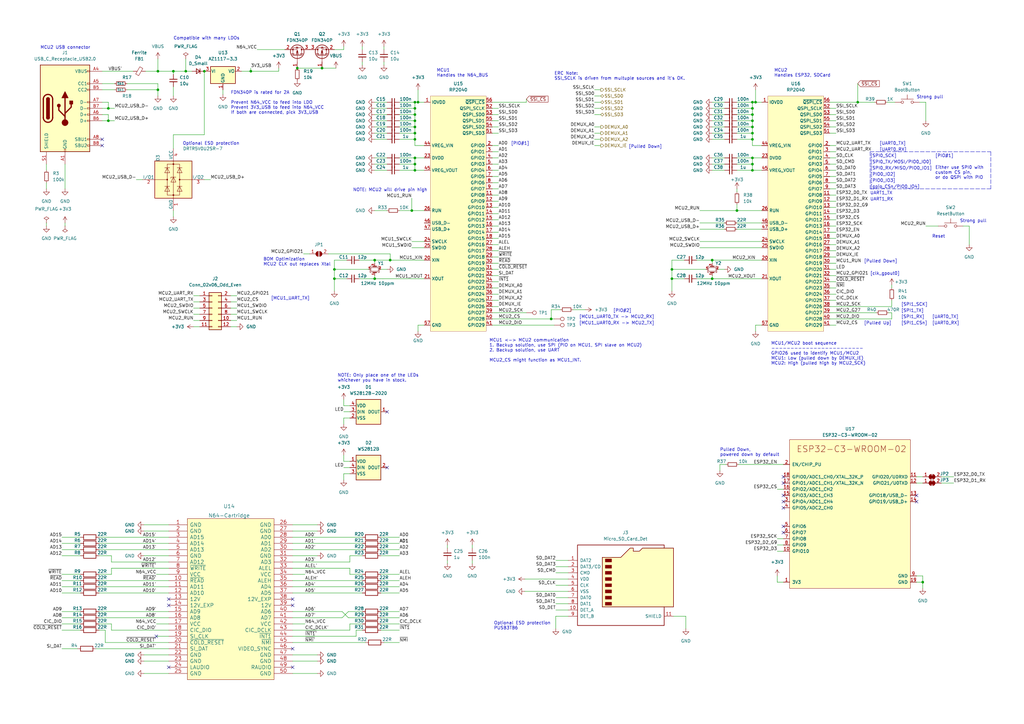
<source format=kicad_sch>
(kicad_sch (version 20211123) (generator eeschema)
  (paper "A3")
  (junction (at 351.79 41.91))
  (junction (at 308.61 54.61))
  (junction (at 170.18 67.31))
  (junction (at 102.87 29.21))
  (junction (at 378.46 238.76))
  (junction (at 170.18 52.07))
  (junction (at 170.18 69.85))
  (junction (at 308.61 57.15))
  (junction (at 170.18 41.91))
  (junction (at 308.61 52.07))
  (junction (at 137.16 114.3))
  (junction (at 76.2 29.21))
  (junction (at 308.61 67.31))
  (junction (at 153.67 114.3))
  (junction (at 308.61 69.85))
  (junction (at 83.82 29.21))
  (junction (at 308.61 44.45))
  (junction (at 275.59 114.3))
  (junction (at 132.08 27.94))
  (junction (at 160.02 106.68))
  (junction (at 275.59 110.49))
  (junction (at 308.61 49.53))
  (junction (at 292.1 114.3))
  (junction (at 308.61 64.77))
  (junction (at 44.45 44.45))
  (junction (at 170.18 64.77))
  (junction (at 137.16 110.49))
  (junction (at 170.18 44.45))
  (junction (at 71.12 29.21))
  (junction (at 226.06 130.81))
  (junction (at 302.26 86.36))
  (junction (at 292.1 106.68))
  (junction (at 64.77 36.83))
  (junction (at 153.67 106.68))
  (junction (at 64.77 29.21))
  (junction (at 309.88 41.91))
  (junction (at 308.61 46.99))
  (junction (at 170.18 46.99))
  (junction (at 121.92 27.94))
  (junction (at 170.18 49.53))
  (junction (at 171.45 41.91))
  (junction (at 170.18 57.15))
  (junction (at 44.45 49.53))
  (junction (at 308.61 41.91))
  (junction (at 170.18 54.61))
  (junction (at 168.91 86.36))
  (no_connect (at 158.75 168.91))
  (no_connect (at 41.91 57.15))
  (no_connect (at 375.92 203.2))
  (no_connect (at 41.91 59.69))
  (no_connect (at 321.31 218.44))
  (no_connect (at 69.215 245.745))
  (no_connect (at 64.135 260.985))
  (no_connect (at 321.31 195.58))
  (no_connect (at 321.31 198.12))
  (no_connect (at 69.215 248.285))
  (no_connect (at 120.015 273.685))
  (no_connect (at 69.215 273.685))
  (no_connect (at 321.31 215.9))
  (no_connect (at 321.31 205.74))
  (no_connect (at 375.92 205.74))
  (no_connect (at 120.015 245.745))
  (no_connect (at 158.75 191.77))
  (no_connect (at 321.31 208.28))
  (no_connect (at 321.31 203.2))
  (no_connect (at 120.015 266.065))
  (no_connect (at 120.015 248.285))
  (wire (pts (xy 295.275 193.04) (xy 295.275 190.5)))
  (wire (pts (xy 146.05 260.985) (xy 146.05 258.445)))
  (wire (pts (xy 227.965 232.41) (xy 233.045 232.41)))
  (wire (pts (xy 76.2 24.13) (xy 76.2 29.21)))
  (wire (pts (xy 201.93 92.71) (xy 204.47 92.71)))
  (wire (pts (xy 201.93 100.33) (xy 204.47 100.33)))
  (wire (pts (xy 170.18 69.85) (xy 173.99 69.85)))
  (wire (pts (xy 157.48 263.525) (xy 163.83 263.525)))
  (wire (pts (xy 25.4 255.905) (xy 33.02 255.905)))
  (wire (pts (xy 25.4 258.445) (xy 33.02 258.445)))
  (wire (pts (xy 94.615 128.905) (xy 97.155 128.905)))
  (wire (pts (xy 168.91 101.6) (xy 173.99 101.6)))
  (wire (pts (xy 105.41 20.32) (xy 116.84 20.32)))
  (wire (pts (xy 140.97 171.45) (xy 143.51 171.45)))
  (wire (pts (xy 170.18 54.61) (xy 170.18 57.15)))
  (wire (pts (xy 340.36 64.77) (xy 342.9 64.77)))
  (wire (pts (xy 140.335 253.365) (xy 142.875 250.825)))
  (wire (pts (xy 120.015 230.505) (xy 143.51 230.505)))
  (wire (pts (xy 375.92 195.58) (xy 378.46 195.58)))
  (wire (pts (xy 340.36 82.55) (xy 342.9 82.55)))
  (wire (pts (xy 227.965 250.19) (xy 233.045 250.19)))
  (wire (pts (xy 168.91 99.06) (xy 173.99 99.06)))
  (wire (pts (xy 308.61 41.91) (xy 309.88 41.91)))
  (wire (pts (xy 40.64 222.885) (xy 69.215 222.885)))
  (wire (pts (xy 308.61 44.45) (xy 308.61 46.99)))
  (wire (pts (xy 201.93 105.41) (xy 204.47 105.41)))
  (wire (pts (xy 302.26 86.36) (xy 312.42 86.36)))
  (wire (pts (xy 226.06 130.81) (xy 226.06 127)))
  (wire (pts (xy 340.36 102.87) (xy 342.9 102.87)))
  (wire (pts (xy 365.76 125.73) (xy 365.76 123.19)))
  (wire (pts (xy 153.67 114.3) (xy 153.67 113.03)))
  (wire (pts (xy 340.36 123.19) (xy 342.9 123.19)))
  (wire (pts (xy 201.93 113.03) (xy 204.47 113.03)))
  (wire (pts (xy 41.91 46.99) (xy 44.45 46.99)))
  (wire (pts (xy 59.055 268.605) (xy 69.215 268.605)))
  (wire (pts (xy 397.51 92.71) (xy 394.97 92.71)))
  (wire (pts (xy 340.36 74.93) (xy 342.9 74.93)))
  (wire (pts (xy 147.32 114.3) (xy 153.67 114.3)))
  (wire (pts (xy 19.05 67.31) (xy 19.05 69.85)))
  (wire (pts (xy 59.055 227.965) (xy 69.215 227.965)))
  (wire (pts (xy 163.83 44.45) (xy 170.18 44.45)))
  (wire (pts (xy 163.83 64.77) (xy 170.18 64.77)))
  (wire (pts (xy 137.16 110.49) (xy 151.13 110.49)))
  (wire (pts (xy 173.99 106.68) (xy 160.02 106.68)))
  (wire (pts (xy 81.915 133.985) (xy 79.375 133.985)))
  (wire (pts (xy 226.06 127) (xy 229.87 127)))
  (wire (pts (xy 120.015 263.525) (xy 149.86 263.525)))
  (wire (pts (xy 309.88 133.35) (xy 312.42 133.35)))
  (wire (pts (xy 308.61 52.07) (xy 308.61 54.61)))
  (wire (pts (xy 340.36 113.03) (xy 342.9 113.03)))
  (wire (pts (xy 140.97 20.32) (xy 137.16 20.32)))
  (wire (pts (xy 201.93 82.55) (xy 204.47 82.55)))
  (wire (pts (xy 163.83 49.53) (xy 170.18 49.53)))
  (wire (pts (xy 364.49 128.27) (xy 365.76 128.27)))
  (wire (pts (xy 340.36 44.45) (xy 342.9 44.45)))
  (wire (pts (xy 340.36 49.53) (xy 342.9 49.53)))
  (wire (pts (xy 120.015 227.965) (xy 130.175 227.965)))
  (wire (pts (xy 163.83 57.15) (xy 170.18 57.15)))
  (wire (pts (xy 156.21 255.905) (xy 163.83 255.905)))
  (wire (pts (xy 340.36 95.25) (xy 342.9 95.25)))
  (wire (pts (xy 379.73 92.71) (xy 384.81 92.71)))
  (wire (pts (xy 140.97 194.31) (xy 143.51 194.31)))
  (wire (pts (xy 55.88 73.66) (xy 58.42 73.66)))
  (wire (pts (xy 163.83 86.36) (xy 168.91 86.36)))
  (wire (pts (xy 171.45 41.91) (xy 173.99 41.91)))
  (wire (pts (xy 140.97 173.99) (xy 140.97 171.45)))
  (wire (pts (xy 302.26 64.77) (xy 308.61 64.77)))
  (wire (pts (xy 140.97 168.91) (xy 143.51 168.91)))
  (wire (pts (xy 340.36 87.63) (xy 342.9 87.63)))
  (wire (pts (xy 148.59 25.4) (xy 148.59 26.67)))
  (wire (pts (xy 234.95 127) (xy 240.03 127)))
  (wire (pts (xy 94.615 133.985) (xy 97.155 133.985)))
  (wire (pts (xy 365.76 116.84) (xy 365.76 118.11)))
  (wire (pts (xy 25.4 250.825) (xy 33.02 250.825)))
  (wire (pts (xy 201.93 72.39) (xy 204.47 72.39)))
  (wire (pts (xy 318.77 220.98) (xy 321.31 220.98)))
  (wire (pts (xy 163.83 67.31) (xy 170.18 67.31)))
  (wire (pts (xy 287.02 101.6) (xy 312.42 101.6)))
  (wire (pts (xy 120.015 250.825) (xy 140.335 250.825)))
  (wire (pts (xy 281.305 257.81) (xy 281.305 252.73)))
  (wire (pts (xy 340.36 59.69) (xy 342.9 59.69)))
  (wire (pts (xy 302.26 67.31) (xy 308.61 67.31)))
  (wire (pts (xy 45.72 230.505) (xy 45.72 227.965)))
  (wire (pts (xy 40.64 258.445) (xy 43.18 258.445)))
  (wire (pts (xy 340.36 72.39) (xy 342.9 72.39)))
  (polyline (pts (xy 356.87 62.23) (xy 406.4 62.23)))
  (wire (pts (xy 120.015 243.205) (xy 148.59 243.205)))
  (wire (pts (xy 201.93 107.95) (xy 204.47 107.95)))
  (wire (pts (xy 153.67 46.99) (xy 158.75 46.99)))
  (wire (pts (xy 143.51 233.045) (xy 143.51 235.585)))
  (wire (pts (xy 201.93 123.19) (xy 204.47 123.19)))
  (wire (pts (xy 308.61 57.15) (xy 308.61 59.69)))
  (wire (pts (xy 156.21 253.365) (xy 163.83 253.365)))
  (wire (pts (xy 226.06 130.81) (xy 227.33 130.81)))
  (wire (pts (xy 160.02 106.68) (xy 153.67 106.68)))
  (wire (pts (xy 243.84 36.83) (xy 246.38 36.83)))
  (wire (pts (xy 142.875 250.825) (xy 148.59 250.825)))
  (wire (pts (xy 40.64 240.665) (xy 69.215 240.665)))
  (wire (pts (xy 292.1 46.99) (xy 297.18 46.99)))
  (wire (pts (xy 201.93 77.47) (xy 204.47 77.47)))
  (wire (pts (xy 120.015 215.265) (xy 130.175 215.265)))
  (wire (pts (xy 201.93 49.53) (xy 204.47 49.53)))
  (wire (pts (xy 153.67 106.68) (xy 153.67 107.95)))
  (wire (pts (xy 153.67 49.53) (xy 158.75 49.53)))
  (wire (pts (xy 83.82 73.66) (xy 86.36 73.66)))
  (wire (pts (xy 64.135 235.585) (xy 69.215 235.585)))
  (wire (pts (xy 170.18 59.69) (xy 173.99 59.69)))
  (wire (pts (xy 227.965 252.73) (xy 233.045 252.73)))
  (wire (pts (xy 156.21 110.49) (xy 158.75 110.49)))
  (wire (pts (xy 302.26 46.99) (xy 308.61 46.99)))
  (wire (pts (xy 275.59 114.3) (xy 280.67 114.3)))
  (wire (pts (xy 170.18 49.53) (xy 170.18 52.07)))
  (wire (pts (xy 201.93 67.31) (xy 204.47 67.31)))
  (wire (pts (xy 340.36 67.31) (xy 342.9 67.31)))
  (wire (pts (xy 308.61 69.85) (xy 312.42 69.85)))
  (wire (pts (xy 156.21 225.425) (xy 163.83 225.425)))
  (wire (pts (xy 153.67 44.45) (xy 158.75 44.45)))
  (wire (pts (xy 137.16 110.49) (xy 137.16 114.3)))
  (wire (pts (xy 302.26 49.53) (xy 308.61 49.53)))
  (wire (pts (xy 64.77 24.13) (xy 64.77 29.21)))
  (wire (pts (xy 120.015 217.805) (xy 130.175 217.805)))
  (wire (pts (xy 379.73 41.91) (xy 377.19 41.91)))
  (wire (pts (xy 120.015 255.905) (xy 125.095 255.905)))
  (wire (pts (xy 201.93 64.77) (xy 204.47 64.77)))
  (wire (pts (xy 318.77 200.66) (xy 321.31 200.66)))
  (wire (pts (xy 201.93 87.63) (xy 204.47 87.63)))
  (wire (pts (xy 215.265 242.57) (xy 233.045 242.57)))
  (wire (pts (xy 153.67 52.07) (xy 158.75 52.07)))
  (wire (pts (xy 170.18 41.91) (xy 171.45 41.91)))
  (polyline (pts (xy 406.4 62.23) (xy 406.4 77.47)))
  (wire (pts (xy 227.965 252.73) (xy 227.965 257.81)))
  (wire (pts (xy 64.77 36.83) (xy 64.77 34.29)))
  (wire (pts (xy 243.84 54.61) (xy 246.38 54.61)))
  (wire (pts (xy 120.015 271.145) (xy 130.175 271.145)))
  (wire (pts (xy 153.67 69.85) (xy 158.75 69.85)))
  (wire (pts (xy 153.67 86.36) (xy 158.75 86.36)))
  (wire (pts (xy 99.06 29.21) (xy 102.87 29.21)))
  (wire (pts (xy 137.16 114.3) (xy 137.16 119.38)))
  (wire (pts (xy 120.015 235.585) (xy 125.095 235.585)))
  (wire (pts (xy 143.51 258.445) (xy 143.51 255.905)))
  (wire (pts (xy 156.21 227.965) (xy 163.83 227.965)))
  (wire (pts (xy 45.72 235.585) (xy 45.72 233.045)))
  (wire (pts (xy 215.265 237.49) (xy 233.045 237.49)))
  (wire (pts (xy 71.12 35.56) (xy 71.12 39.37)))
  (wire (pts (xy 140.97 191.77) (xy 143.51 191.77)))
  (wire (pts (xy 163.83 46.99) (xy 170.18 46.99)))
  (wire (pts (xy 40.64 250.825) (xy 69.215 250.825)))
  (wire (pts (xy 59.055 271.145) (xy 69.215 271.145)))
  (wire (pts (xy 41.91 44.45) (xy 44.45 44.45)))
  (wire (pts (xy 292.1 64.77) (xy 297.18 64.77)))
  (wire (pts (xy 59.055 215.265) (xy 69.215 215.265)))
  (wire (pts (xy 19.05 74.93) (xy 19.05 77.47)))
  (wire (pts (xy 153.67 57.15) (xy 158.75 57.15)))
  (wire (pts (xy 302.26 57.15) (xy 308.61 57.15)))
  (wire (pts (xy 351.79 34.29) (xy 351.79 41.91)))
  (wire (pts (xy 275.59 114.3) (xy 275.59 110.49)))
  (wire (pts (xy 170.18 64.77) (xy 173.99 64.77)))
  (wire (pts (xy 292.1 67.31) (xy 297.18 67.31)))
  (wire (pts (xy 19.05 91.44) (xy 19.05 92.71)))
  (wire (pts (xy 40.64 238.125) (xy 69.215 238.125)))
  (wire (pts (xy 215.9 41.91) (xy 215.9 40.64)))
  (wire (pts (xy 227.965 240.03) (xy 233.045 240.03)))
  (wire (pts (xy 81.915 131.445) (xy 79.375 131.445)))
  (wire (pts (xy 25.4 227.965) (xy 33.02 227.965)))
  (wire (pts (xy 201.93 44.45) (xy 204.47 44.45)))
  (wire (pts (xy 40.64 225.425) (xy 69.215 225.425)))
  (wire (pts (xy 170.18 57.15) (xy 170.18 59.69)))
  (wire (pts (xy 137.16 106.68) (xy 137.16 110.49)))
  (wire (pts (xy 25.4 225.425) (xy 33.02 225.425)))
  (wire (pts (xy 287.02 86.36) (xy 302.26 86.36)))
  (wire (pts (xy 302.895 190.5) (xy 321.31 190.5)))
  (wire (pts (xy 285.75 106.68) (xy 292.1 106.68)))
  (wire (pts (xy 140.97 189.23) (xy 143.51 189.23)))
  (wire (pts (xy 83.82 29.21) (xy 83.82 55.245)))
  (wire (pts (xy 227.965 234.95) (xy 233.045 234.95)))
  (wire (pts (xy 39.37 266.065) (xy 69.215 266.065)))
  (wire (pts (xy 44.45 44.45) (xy 46.99 44.45)))
  (wire (pts (xy 201.93 41.91) (xy 215.9 41.91)))
  (wire (pts (xy 153.67 41.91) (xy 158.75 41.91)))
  (wire (pts (xy 94.615 131.445) (xy 97.155 131.445)))
  (wire (pts (xy 340.36 54.61) (xy 342.9 54.61)))
  (wire (pts (xy 120.015 222.885) (xy 148.59 222.885)))
  (wire (pts (xy 41.91 36.83) (xy 46.99 36.83)))
  (wire (pts (xy 201.93 118.11) (xy 204.47 118.11)))
  (wire (pts (xy 340.36 125.73) (xy 365.76 125.73)))
  (wire (pts (xy 45.72 230.505) (xy 69.215 230.505)))
  (wire (pts (xy 243.84 57.15) (xy 246.38 57.15)))
  (wire (pts (xy 386.08 195.58) (xy 391.16 195.58)))
  (wire (pts (xy 143.51 230.505) (xy 143.51 227.965)))
  (wire (pts (xy 25.4 235.585) (xy 33.02 235.585)))
  (wire (pts (xy 137.16 106.68) (xy 142.24 106.68)))
  (wire (pts (xy 163.83 54.61) (xy 170.18 54.61)))
  (wire (pts (xy 71.12 29.21) (xy 76.2 29.21)))
  (wire (pts (xy 275.59 119.38) (xy 275.59 114.3)))
  (wire (pts (xy 201.93 110.49) (xy 204.47 110.49)))
  (wire (pts (xy 170.18 44.45) (xy 170.18 46.99)))
  (wire (pts (xy 41.91 34.29) (xy 46.99 34.29)))
  (wire (pts (xy 140.97 163.83) (xy 140.97 166.37)))
  (wire (pts (xy 227.965 229.87) (xy 233.045 229.87)))
  (wire (pts (xy 156.21 235.585) (xy 163.83 235.585)))
  (wire (pts (xy 153.67 67.31) (xy 158.75 67.31)))
  (wire (pts (xy 292.1 49.53) (xy 297.18 49.53)))
  (wire (pts (xy 143.51 235.585) (xy 148.59 235.585)))
  (wire (pts (xy 156.21 258.445) (xy 163.83 258.445)))
  (wire (pts (xy 201.93 97.79) (xy 204.47 97.79)))
  (wire (pts (xy 294.64 110.49) (xy 297.18 110.49)))
  (wire (pts (xy 44.45 46.99) (xy 44.45 49.53)))
  (wire (pts (xy 26.67 91.44) (xy 26.67 92.71)))
  (wire (pts (xy 201.93 133.35) (xy 227.33 133.35)))
  (wire (pts (xy 287.02 91.44) (xy 297.18 91.44)))
  (wire (pts (xy 120.015 225.425) (xy 148.59 225.425)))
  (wire (pts (xy 363.855 41.91) (xy 367.03 41.91)))
  (wire (pts (xy 40.64 253.365) (xy 69.215 253.365)))
  (wire (pts (xy 25.4 222.885) (xy 33.02 222.885)))
  (wire (pts (xy 318.77 226.06) (xy 321.31 226.06)))
  (wire (pts (xy 64.135 260.985) (xy 69.215 260.985)))
  (wire (pts (xy 302.26 52.07) (xy 308.61 52.07)))
  (wire (pts (xy 201.93 115.57) (xy 204.47 115.57)))
  (wire (pts (xy 45.72 255.905) (xy 40.64 255.905)))
  (wire (pts (xy 45.72 233.045) (xy 69.215 233.045)))
  (wire (pts (xy 64.77 39.37) (xy 64.77 36.83)))
  (wire (pts (xy 340.36 97.79) (xy 342.9 97.79)))
  (wire (pts (xy 302.26 44.45) (xy 308.61 44.45)))
  (wire (pts (xy 201.93 54.61) (xy 204.47 54.61)))
  (wire (pts (xy 340.36 77.47) (xy 342.9 77.47)))
  (wire (pts (xy 275.59 110.49) (xy 289.56 110.49)))
  (wire (pts (xy 153.67 54.61) (xy 158.75 54.61)))
  (wire (pts (xy 40.64 220.345) (xy 69.215 220.345)))
  (wire (pts (xy 292.1 44.45) (xy 297.18 44.45)))
  (wire (pts (xy 134.62 104.14) (xy 160.02 104.14)))
  (wire (pts (xy 378.46 241.3) (xy 378.46 238.76)))
  (wire (pts (xy 114.3 27.94) (xy 114.3 29.21)))
  (wire (pts (xy 44.45 41.91) (xy 44.45 44.45)))
  (wire (pts (xy 183.515 229.87) (xy 183.515 231.14)))
  (wire (pts (xy 26.67 67.31) (xy 26.67 77.47)))
  (wire (pts (xy 59.055 276.225) (xy 69.215 276.225)))
  (wire (pts (xy 140.97 196.85) (xy 140.97 194.31)))
  (wire (pts (xy 201.93 59.69) (xy 204.47 59.69)))
  (wire (pts (xy 308.61 67.31) (xy 308.61 69.85)))
  (wire (pts (xy 156.21 222.885) (xy 163.83 222.885)))
  (wire (pts (xy 340.36 69.85) (xy 342.9 69.85)))
  (wire (pts (xy 397.51 92.71) (xy 397.51 100.33)))
  (wire (pts (xy 308.61 41.91) (xy 308.61 44.45)))
  (wire (pts (xy 243.84 52.07) (xy 246.38 52.07)))
  (wire (pts (xy 340.36 41.91) (xy 351.79 41.91)))
  (wire (pts (xy 227.965 245.11) (xy 233.045 245.11)))
  (wire (pts (xy 168.91 86.36) (xy 173.99 86.36)))
  (wire (pts (xy 156.21 220.345) (xy 163.83 220.345)))
  (wire (pts (xy 120.015 238.125) (xy 148.59 238.125)))
  (wire (pts (xy 308.61 59.69) (xy 312.42 59.69)))
  (wire (pts (xy 102.87 27.94) (xy 102.87 29.21)))
  (wire (pts (xy 52.07 36.83) (xy 64.77 36.83)))
  (wire (pts (xy 340.36 92.71) (xy 342.9 92.71)))
  (wire (pts (xy 295.275 190.5) (xy 297.815 190.5)))
  (wire (pts (xy 287.02 93.98) (xy 297.18 93.98)))
  (wire (pts (xy 120.015 276.225) (xy 130.175 276.225)))
  (wire (pts (xy 146.05 258.445) (xy 148.59 258.445)))
  (wire (pts (xy 292.1 54.61) (xy 297.18 54.61)))
  (wire (pts (xy 292.1 106.68) (xy 292.1 107.95)))
  (wire (pts (xy 120.015 233.045) (xy 143.51 233.045)))
  (wire (pts (xy 163.83 52.07) (xy 170.18 52.07)))
  (wire (pts (xy 193.675 223.52) (xy 193.675 224.79)))
  (wire (pts (xy 312.42 106.68) (xy 292.1 106.68)))
  (wire (pts (xy 351.79 41.91) (xy 358.775 41.91)))
  (wire (pts (xy 309.88 135.89) (xy 309.88 133.35)))
  (wire (pts (xy 201.93 95.25) (xy 204.47 95.25)))
  (wire (pts (xy 156.21 250.825) (xy 163.83 250.825)))
  (wire (pts (xy 41.91 29.21) (xy 54.61 29.21)))
  (wire (pts (xy 81.915 126.365) (xy 79.375 126.365)))
  (wire (pts (xy 243.84 59.69) (xy 246.38 59.69)))
  (wire (pts (xy 163.83 69.85) (xy 170.18 69.85)))
  (wire (pts (xy 156.21 238.125) (xy 163.83 238.125)))
  (wire (pts (xy 340.36 85.09) (xy 342.9 85.09)))
  (wire (pts (xy 201.93 85.09) (xy 204.47 85.09)))
  (wire (pts (xy 137.16 114.3) (xy 142.24 114.3)))
  (wire (pts (xy 120.015 220.345) (xy 148.59 220.345)))
  (wire (pts (xy 275.59 110.49) (xy 275.59 106.68)))
  (wire (pts (xy 43.18 263.525) (xy 69.215 263.525)))
  (wire (pts (xy 309.88 36.83) (xy 309.88 41.91)))
  (wire (pts (xy 120.015 240.665) (xy 148.59 240.665)))
  (wire (pts (xy 94.615 126.365) (xy 97.155 126.365)))
  (wire (pts (xy 143.51 255.905) (xy 148.59 255.905)))
  (wire (pts (xy 243.84 44.45) (xy 246.38 44.45)))
  (wire (pts (xy 183.515 223.52) (xy 183.515 224.79)))
  (wire (pts (xy 302.26 93.98) (xy 312.42 93.98)))
  (wire (pts (xy 318.77 238.76) (xy 321.31 238.76)))
  (wire (pts (xy 243.84 46.99) (xy 246.38 46.99)))
  (wire (pts (xy 292.1 41.91) (xy 297.18 41.91)))
  (wire (pts (xy 340.36 100.33) (xy 342.9 100.33)))
  (wire (pts (xy 302.26 83.82) (xy 302.26 86.36)))
  (wire (pts (xy 302.26 54.61) (xy 308.61 54.61)))
  (wire (pts (xy 201.93 46.99) (xy 204.47 46.99)))
  (wire (pts (xy 292.1 57.15) (xy 297.18 57.15)))
  (wire (pts (xy 157.48 19.05) (xy 157.48 20.32)))
  (wire (pts (xy 170.18 64.77) (xy 170.18 67.31)))
  (wire (pts (xy 318.77 223.52) (xy 321.31 223.52)))
  (wire (pts (xy 302.26 91.44) (xy 312.42 91.44)))
  (wire (pts (xy 243.84 41.91) (xy 246.38 41.91)))
  (wire (pts (xy 44.45 49.53) (xy 46.99 49.53)))
  (wire (pts (xy 170.18 52.07) (xy 170.18 54.61)))
  (wire (pts (xy 201.93 52.07) (xy 204.47 52.07)))
  (wire (pts (xy 340.36 133.35) (xy 342.9 133.35)))
  (wire (pts (xy 340.36 46.99) (xy 342.9 46.99)))
  (wire (pts (xy 81.915 128.905) (xy 79.375 128.905)))
  (wire (pts (xy 71.12 86.36) (xy 71.12 88.9)))
  (wire (pts (xy 64.77 29.21) (xy 71.12 29.21)))
  (wire (pts (xy 52.07 34.29) (xy 64.77 34.29)))
  (wire (pts (xy 25.4 220.345) (xy 33.02 220.345)))
  (wire (pts (xy 302.26 77.47) (xy 302.26 78.74)))
  (wire (pts (xy 41.91 41.91) (xy 44.45 41.91)))
  (wire (pts (xy 340.36 52.07) (xy 342.9 52.07)))
  (wire (pts (xy 340.36 115.57) (xy 342.9 115.57)))
  (wire (pts (xy 292.1 69.85) (xy 297.18 69.85)))
  (wire (pts (xy 379.73 41.91) (xy 379.73 49.53)))
  (wire (pts (xy 302.26 41.91) (xy 308.61 41.91)))
  (wire (pts (xy 340.36 105.41) (xy 342.9 105.41)))
  (wire (pts (xy 140.97 19.05) (xy 140.97 20.32)))
  (wire (pts (xy 201.93 128.27) (xy 215.9 128.27)))
  (wire (pts (xy 340.36 128.27) (xy 359.41 128.27)))
  (wire (pts (xy 160.02 104.14) (xy 160.02 106.68)))
  (wire (pts (xy 193.675 229.87) (xy 193.675 231.14)))
  (wire (pts (xy 25.4 253.365) (xy 33.02 253.365)))
  (wire (pts (xy 45.72 227.965) (xy 40.64 227.965)))
  (wire (pts (xy 201.93 120.65) (xy 204.47 120.65)))
  (wire (pts (xy 308.61 49.53) (xy 308.61 52.07)))
  (wire (pts (xy 340.36 62.23) (xy 342.9 62.23)))
  (wire (pts (xy 201.93 74.93) (xy 204.47 74.93)))
  (wire (pts (xy 120.015 268.605) (xy 130.175 268.605)))
  (wire (pts (xy 140.97 186.69) (xy 140.97 189.23)))
  (wire (pts (xy 171.45 135.89) (xy 171.45 133.35)))
  (wire (pts (xy 91.44 36.83) (xy 91.44 38.735)))
  (wire (pts (xy 171.45 36.83) (xy 171.45 41.91)))
  (wire (pts (xy 156.21 240.665) (xy 163.83 240.665)))
  (wire (pts (xy 170.18 41.91) (xy 170.18 44.45)))
  (wire (pts (xy 309.88 41.91) (xy 312.42 41.91)))
  (wire (pts (xy 140.335 250.825) (xy 142.875 253.365)))
  (wire (pts (xy 340.36 110.49) (xy 342.9 110.49)))
  (wire (pts (xy 168.91 81.28) (xy 168.91 86.36)))
  (wire (pts (xy 170.18 46.99) (xy 170.18 49.53)))
  (wire (pts (xy 170.18 67.31) (xy 170.18 69.85)))
  (wire (pts (xy 94.615 123.825) (xy 97.155 123.825)))
  (wire (pts (xy 25.4 240.665) (xy 33.02 240.665)))
  (wire (pts (xy 64.135 255.905) (xy 69.215 255.905)))
  (wire (pts (xy 201.93 90.17) (xy 204.47 90.17)))
  (wire (pts (xy 308.61 46.99) (xy 308.61 49.53)))
  (polyline (pts (xy 356.87 62.23) (xy 356.87 77.47)))
  (wire (pts (xy 340.36 107.95) (xy 342.9 107.95)))
  (wire (pts (xy 81.915 123.825) (xy 79.375 123.825)))
  (wire (pts (xy 308.61 54.61) (xy 308.61 57.15)))
  (wire (pts (xy 378.46 238.76) (xy 378.46 236.22)))
  (wire (pts (xy 375.92 236.22) (xy 378.46 236.22)))
  (wire (pts (xy 201.93 130.81) (xy 226.06 130.81)))
  (wire (pts (xy 340.36 80.01) (xy 342.9 80.01)))
  (wire (pts (xy 71.12 55.245) (xy 83.82 55.245)))
  (wire (pts (xy 25.4 266.065) (xy 31.75 266.065)))
  (wire (pts (xy 71.12 29.21) (xy 71.12 30.48)))
  (wire (pts (xy 120.015 260.985) (xy 146.05 260.985)))
  (wire (pts (xy 318.77 236.22) (xy 318.77 238.76)))
  (wire (pts (xy 59.69 29.21) (xy 64.77 29.21)))
  (wire (pts (xy 132.08 27.94) (xy 137.795 27.94)))
  (wire (pts (xy 292.1 114.3) (xy 292.1 113.03)))
  (wire (pts (xy 312.42 114.3) (xy 292.1 114.3)))
  (wire (pts (xy 287.02 99.06) (xy 312.42 99.06)))
  (wire (pts (xy 157.48 25.4) (xy 157.48 26.67)))
  (wire (pts (xy 148.59 19.05) (xy 148.59 20.32)))
  (wire (pts (xy 340.36 130.81) (xy 365.76 130.81)))
  (wire (pts (xy 94.615 121.285) (xy 97.155 121.285)))
  (wire (pts (xy 147.32 106.68) (xy 153.67 106.68)))
  (wire (pts (xy 201.93 69.85) (xy 204.47 69.85)))
  (wire (pts (xy 41.91 49.53) (xy 44.45 49.53)))
  (wire (pts (xy 340.36 118.11) (xy 342.9 118.11)))
  (wire (pts (xy 25.4 238.125) (xy 33.02 238.125)))
  (wire (pts (xy 43.18 258.445) (xy 43.18 263.525)))
  (wire (pts (xy 375.92 198.12) (xy 378.46 198.12)))
  (wire (pts (xy 201.93 62.23) (xy 204.47 62.23)))
  (wire (pts (xy 201.93 80.01) (xy 204.47 80.01)))
  (wire (pts (xy 163.83 41.91) (xy 170.18 41.91)))
  (wire (pts (xy 120.015 253.365) (xy 140.335 253.365)))
  (wire (pts (xy 102.87 29.21) (xy 114.3 29.21)))
  (wire (pts (xy 201.93 102.87) (xy 204.47 102.87)))
  (wire (pts (xy 308.61 64.77) (xy 308.61 67.31)))
  (wire (pts (xy 292.1 52.07) (xy 297.18 52.07)))
  (wire (pts (xy 25.4 243.205) (xy 33.02 243.205)))
  (wire (pts (xy 201.93 125.73) (xy 204.47 125.73)))
  (wire (pts (xy 281.305 252.73) (xy 276.225 252.73)))
  (wire (pts (xy 81.915 121.285) (xy 79.375 121.285)))
  (wire (pts (xy 143.51 227.965) (xy 148.59 227.965)))
  (wire (pts (xy 173.99 114.3) (xy 153.67 114.3)))
  (wire (pts (xy 171.45 133.35) (xy 173.99 133.35)))
  (wire (pts (xy 71.12 55.245) (xy 71.12 60.96)))
  (wire (pts (xy 386.08 198.12) (xy 391.16 198.12)))
  (wire (pts (xy 340.36 120.65) (xy 342.9 120.65)))
  (wire (pts (xy 275.59 106.68) (xy 280.67 106.68)))
  (wire (pts (xy 121.92 27.94) (xy 132.08 27.94)))
  (wire (pts (xy 124.46 104.14) (xy 127 104.14)))
  (wire (pts (xy 120.015 258.445) (xy 143.51 258.445)))
  (wire (pts (xy 308.61 64.77) (xy 312.42 64.77)))
  (wire (pts (xy 142.875 253.365) (xy 148.59 253.365)))
  (wire (pts (xy 340.36 90.17) (xy 342.9 90.17)))
  (polyline (pts (xy 406.4 77.47) (xy 356.87 77.47)))
  (wire (pts (xy 375.92 238.76) (xy 378.46 238.76)))
  (wire (pts (xy 140.97 166.37) (xy 143.51 166.37)))
  (wire (pts (xy 153.67 64.77) (xy 158.75 64.77)))
  (wire (pts (xy 40.64 243.205) (xy 69.215 243.205)))
  (wire (pts (xy 285.75 114.3) (xy 292.1 114.3)))
  (wire (pts (xy 45.72 258.445) (xy 45.72 255.905)))
  (wire (pts (xy 156.21 243.205) (xy 163.83 243.205)))
  (wire (pts (xy 40.64 235.585) (xy 45.72 235.585)))
  (wire (pts (xy 59.055 217.805) (xy 69.215 217.805)))
  (wire (pts (xy 243.84 39.37) (xy 246.38 39.37)))
  (wire (pts (xy 365.76 128.27) (xy 365.76 130.81)))
  (wire (pts (xy 302.26 69.85) (xy 308.61 69.85)))
  (wire (pts (xy 45.72 258.445) (xy 69.215 258.445)))
  (wire (pts (xy 227.965 247.65) (xy 233.045 247.65)))
  (wire (pts (xy 76.2 29.21) (xy 78.74 29.21)))
  (text "[UART0_TX]" (at 382.27 130.81 0) (effects (font (size 1.27 1.27)) (justify left bottom)))
  (text "[PIO0_IO2]" (at 356.87 72.39 0) (effects (font (size 1.27 1.27)) (justify left bottom)))
  (text "[Pulled Up]" (at 354.33 133.35 0) (effects (font (size 1.27 1.27)) (justify left bottom)))
  (text "[clk_gpout0]" (at 356.87 113.03 0) (effects (font (size 1.27 1.27)) (justify left bottom)))
  (text "UART1_TX" (at 356.87 80.01 0) (effects (font (size 1.27 1.27)) (justify left bottom)))
  (text "[MCU1_UART0_RX -> MCU2_TX]" (at 237.49 133.35 0) (effects (font (size 1.27 1.27)) (justify left bottom)))
  (text "NOTE: MCU2 will drive pin high" (at 144.78 78.74 0) (effects (font (size 1.27 1.27)) (justify left bottom)))
  (text "[Pulled Down]" (at 354.33 107.95 0) (effects (font (size 1.27 1.27)) (justify left bottom)))
  (text "[Pulled Down]" (at 257.81 60.96 0) (effects (font (size 1.27 1.27)) (justify left bottom)))
  (text "Strong pull" (at 375.92 40.64 0) (effects (font (size 1.27 1.27)) (justify left bottom)))
  (text "[UART0_RX]" (at 382.27 133.35 0) (effects (font (size 1.27 1.27)) (justify left bottom)))
  (text "MCU2\nHandles ESP32, SDCard" (at 317.5 31.75 0) (effects (font (size 1.27 1.27)) (justify left bottom)))
  (text "FDN340P is rated for 2A\n\nPrevent N64_VCC to feed into LDO\nPrevent 3V3_USB to feed into N64_VCC\nIf both are connected, pick 3V3_USB\n" (at 94.615 46.99 0) (effects (font (size 1.27 1.27)) (justify left bottom)))
  (text "Optional ESD protection\nPUSB3TB6" (at 202.565 258.445 0) (effects (font (size 1.27 1.27)) (justify left bottom)))
  (text "NOTE: Only place one of the LEDs\nwhichever you have in stock." (at 138.43 156.845 0) (effects (font (size 1.27 1.27)) (justify left bottom)))
  (text "[PIO#1]" (at 383.54 64.77 0) (effects (font (size 1.27 1.27)) (justify left bottom)))
  (text "Compatible with many LDOs" (at 71.12 16.51 0) (effects (font (size 1.27 1.27)) (justify left bottom)))
  (text "UART1_RX" (at 356.87 82.55 0) (effects (font (size 1.27 1.27)) (justify left bottom)))
  (text "BOM Optimization\nMCU2 CLK out replaces Xtal" (at 107.95 109.22 0) (effects (font (size 1.27 1.27)) (justify left bottom)))
  (text "[SPI1_SCK]" (at 369.57 125.73 0) (effects (font (size 1.27 1.27)) (justify left bottom)))
  (text "[SPI0_TX/MOSI/PIO0_IO0]" (at 356.87 67.31 0) (effects (font (size 1.27 1.27)) (justify left bottom)))
  (text "MCU1/MCU2 boot sequence\n------------------------\nGPIO26 used to identify MCU1/MCU2\nMCU1: Low (pulled down by DEMUX_IE)\nMCU2: High (pulled high by MCU2_SCK)" (at 316.23 149.86 0) (effects (font (size 1.27 1.27)) (justify left bottom)))
  (text "[PIO#1]" (at 209.55 59.69 0) (effects (font (size 1.27 1.27)) (justify left bottom)))
  (text "[SPI0_SCK]" (at 356.87 64.77 0) (effects (font (size 1.27 1.27)) (justify left bottom)))
  (text "[UART0_TX]" (at 360.68 59.69 0) (effects (font (size 1.27 1.27)) (justify left bottom)))
  (text "Either use SPI0 with\ncustom CS pin,\nor do QSPI with PIO" (at 383.54 73.66 0) (effects (font (size 1.27 1.27)) (justify left bottom)))
  (text "[MCU1_UART_TX]" (at 111.125 123.19 0) (effects (font (size 1.27 1.27)) (justify left bottom)))
  (text "[SPI1_TX]" (at 369.57 128.27 0) (effects (font (size 1.27 1.27)) (justify left bottom)))
  (text "Strong pull" (at 393.7 91.44 0) (effects (font (size 1.27 1.27)) (justify left bottom)))
  (text "[MCU1_UART0_TX -> MCU2_RX]" (at 237.49 130.81 0) (effects (font (size 1.27 1.27)) (justify left bottom)))
  (text "[SPI1_RX]" (at 369.57 130.81 0) (effects (font (size 1.27 1.27)) (justify left bottom)))
  (text "ERC Note:\nSSI_SCLK is driven from multuple sources and it's OK." (at 227.33 33.02 0) (effects (font (size 1.27 1.27)) (justify left bottom)))
  (text "[UART0_RX]" (at 360.68 62.23 0) (effects (font (size 1.27 1.27)) (justify left bottom)))
  (text "MCU2 USB connector" (at 16.51 20.32 0) (effects (font (size 1.27 1.27)) (justify left bottom)))
  (text "[PIO0_IO3]" (at 356.87 74.93 0) (effects (font (size 1.27 1.27)) (justify left bottom)))
  (text "[PIO#2]" (at 251.46 128.27 0) (effects (font (size 1.27 1.27)) (justify left bottom)))
  (text "Optional ESD protection" (at 74.93 59.69 0) (effects (font (size 1.27 1.27)) (justify left bottom)))
  (text "MCU1 <-> MCU2 communication\n1. Backup solution, use SPI (PIO on MCU1, SPI slave on MCU2)\n2. Backup solution, use UART\n\nMCU2_CS might function as MCU1_INT." (at 200.66 148.59 0) (effects (font (size 1.27 1.27)) (justify left bottom)))
  (text "Reset\n" (at 382.27 97.79 0) (effects (font (size 1.27 1.27)) (justify left bottom)))
  (text "[SPI0_RX/MISO/PIO0_IO1]" (at 356.87 69.85 0) (effects (font (size 1.27 1.27)) (justify left bottom)))
  (text "Pulled Down, \npowered down by default" (at 295.275 187.325 0) (effects (font (size 1.27 1.27)) (justify left bottom)))
  (text "MCU1\nHandles the N64_BUS" (at 179.07 31.75 0) (effects (font (size 1.27 1.27)) (justify left bottom)))
  (text "[gpio_CSn/PIO0_IO4]" (at 356.87 77.47 0) (effects (font (size 1.27 1.27)) (justify left bottom)))
  (text "[SPI1_CSn]" (at 369.57 133.35 0) (effects (font (size 1.27 1.27)) (justify left bottom)))
  (label "CIC_DIO" (at 25.4 255.905 180))
  (label "ESP32_CS" (at 342.9 90.17 0))
  (label "AD4" (at 163.83 240.665 0))
  (label "~{WRITE'}" (at 64.135 233.045 180))
  (label "SSI_SD0" (at 243.84 39.37 180))
  (label "LED" (at 342.9 110.49 0))
  (label "DEMUX_A1" (at 204.47 120.65 0))
  (label "AD9'" (at 64.135 250.825 180))
  (label "SD_CLK" (at 227.965 240.03 180))
  (label "~{NMI}" (at 342.9 118.11 0))
  (label "AD11" (at 204.47 87.63 0))
  (label "ESP32_D2_G9" (at 342.9 85.09 0))
  (label "MCU2_XOUT" (at 309.88 114.3 180))
  (label "MCU2_CS" (at 204.47 130.81 0))
  (label "DEMUX_A2" (at 204.47 123.19 0))
  (label "DEMUX_IE" (at 204.47 125.73 0))
  (label "SD_CMD" (at 342.9 67.31 0))
  (label "AD12" (at 25.4 227.965 180))
  (label "MCU2_UART_TX" (at 79.375 123.825 180))
  (label "MCU2_XIN" (at 309.88 106.68 180))
  (label "AD6'" (at 125.095 250.825 0))
  (label "SI_DAT" (at 25.4 266.065 180))
  (label "SSI_SCLK" (at 204.47 44.45 0))
  (label "MCU2_USB_D+" (at 86.36 73.66 0))
  (label "MCU2_USB_D+" (at 46.99 49.53 0))
  (label "AD0'" (at 125.095 220.345 0))
  (label "AD7" (at 163.83 250.825 0))
  (label "AD10" (at 204.47 85.09 0))
  (label "AD3" (at 204.47 67.31 0))
  (label "N64_VCC" (at 105.41 20.32 180))
  (label "MCU2_DIO" (at 204.47 133.35 0))
  (label "SSI_SD3" (at 342.9 54.61 0))
  (label "SSI_SD3" (at 243.84 46.99 180))
  (label "SSI_SD2" (at 243.84 44.45 180))
  (label "MCU1_SWDIO" (at 168.91 101.6 180))
  (label "SD_DAT1" (at 342.9 72.39 0))
  (label "CIC_DCLK" (at 163.83 255.905 0))
  (label "AD11'" (at 64.135 240.665 180))
  (label "SSI_SD1" (at 342.9 49.53 0))
  (label "AD15" (at 25.4 220.345 180))
  (label "MCU1_SWCLK" (at 97.155 128.905 0))
  (label "SD_DAT3" (at 227.965 232.41 180))
  (label "MCU2_SWDIO" (at 287.02 101.6 180))
  (label "VBUS'" (at 44.45 29.21 0))
  (label "MCU1_XOUT" (at 173.355 114.3 180))
  (label "AD11" (at 25.4 240.665 180))
  (label "AD14" (at 204.47 95.25 0))
  (label "MCU1_RUN" (at 97.155 131.445 0))
  (label "ALEH'" (at 125.095 238.125 0))
  (label "MCU2_GPIO21" (at 97.155 121.285 0))
  (label "ESP32_D1_RX" (at 391.16 198.12 0))
  (label "SI_DAT" (at 204.47 113.03 0))
  (label "AD0" (at 204.47 59.69 0))
  (label "MCU2_CS" (at 97.155 123.825 0))
  (label "AD15'" (at 64.135 220.345 180))
  (label "DEMUX_A0" (at 243.84 52.07 180))
  (label "SSI_SCLK" (at 342.9 44.45 0))
  (label "MCU2_SWCLK" (at 79.375 128.905 180))
  (label "AD8" (at 204.47 80.01 0))
  (label "MCU2_RUN" (at 287.02 86.36 180))
  (label "MCU2_USB_D-" (at 55.88 73.66 180))
  (label "AD15" (at 204.47 97.79 0))
  (label "ALEH" (at 163.83 238.125 0))
  (label "SSI_SD1" (at 243.84 41.91 180))
  (label "AD0" (at 163.83 220.345 0))
  (label "ESP32_EN" (at 342.9 95.25 0))
  (label "DEMUX_A2" (at 342.9 102.87 0))
  (label "~{READ'}" (at 64.135 238.125 180))
  (label "DEMUX_A0" (at 204.47 118.11 0))
  (label "AD5" (at 163.83 243.205 0))
  (label "MCU2_SWDIO" (at 79.375 126.365 180))
  (label "MCU2_GPIO21" (at 124.46 104.14 180))
  (label "SSI_SD2" (at 342.9 52.07 0))
  (label "MCU2_USB_D-" (at 46.99 44.45 0))
  (label "~{INT1'}" (at 125.095 260.985 0))
  (label "~{NMI}" (at 163.83 263.525 0))
  (label "~{COLD_RESET}" (at 25.4 258.445 180))
  (label "~{NMI'}" (at 125.095 263.525 0))
  (label "AD14'" (at 64.135 222.885 180))
  (label "~{WRITE}" (at 25.4 235.585 180))
  (label "ALEL'" (at 125.095 233.045 0))
  (label "ESP32_D3" (at 342.9 87.63 0))
  (label "AD7'" (at 125.095 253.365 0))
  (label "SD_CLK" (at 342.9 64.77 0))
  (label "SSI_SD3" (at 204.47 54.61 0))
  (label "~{READ}" (at 25.4 238.125 180))
  (label "~{COLD_RESET}" (at 342.9 115.57 0))
  (label "N64_VCC" (at 64.135 255.905 180))
  (label "AD3'" (at 125.095 230.505 0))
  (label "MCU1_SWCLK" (at 168.91 99.06 180))
  (label "AD13" (at 204.47 92.71 0))
  (label "SD_DAT3" (at 342.9 77.47 0))
  (label "~{COLD_RESET}" (at 204.47 110.49 0))
  (label "AD8'" (at 64.135 253.365 180))
  (label "LED" (at 140.97 168.91 180))
  (label "~{WRITE}" (at 204.47 105.41 0))
  (label "MCU2_RUN" (at 79.375 131.445 180))
  (label "AD7" (at 204.47 77.47 0))
  (label "MCU2_UART_RX" (at 79.375 121.285 180))
  (label "MCU2_CS" (at 342.9 133.35 0))
  (label "AD2'" (at 125.095 225.425 0))
  (label "ESP32_CS" (at 318.77 200.66 180))
  (label "ESP32_D1_RX" (at 342.9 82.55 0))
  (label "CIC_DCLK" (at 342.9 123.19 0))
  (label "AD10'" (at 64.135 243.205 180))
  (label "N64_VCC" (at 125.095 255.905 0))
  (label "MCU1_SWDIO" (at 97.155 126.365 0))
  (label "DEMUX_A1" (at 342.9 100.33 0))
  (label "AD5'" (at 125.095 243.205 0))
  (label "AD1" (at 163.83 222.885 0))
  (label "SSI_SD0" (at 204.47 46.99 0))
  (label "ESP32_D2_G9" (at 318.77 223.52 180))
  (label "MCU2_DIO" (at 342.9 130.81 0))
  (label "ALEL" (at 163.83 235.585 0))
  (label "SD_DAT0" (at 342.9 69.85 0))
  (label "DEMUX_A2" (at 243.84 57.15 180))
  (label "ALEH" (at 204.47 102.87 0))
  (label "MCU2_SCK" (at 204.47 128.27 0))
  (label "SD_DAT0" (at 227.965 245.11 180))
  (label "AD9" (at 204.47 82.55 0))
  (label "LED" (at 140.97 191.77 180))
  (label "~{INT1}" (at 204.47 115.57 0))
  (label "ESP32_SCK" (at 342.9 92.71 0))
  (label "AD1'" (at 125.095 222.885 0))
  (label "MCU2_SCK" (at 342.9 125.73 0))
  (label "MCU1_RUN" (at 168.91 81.28 180))
  (label "AD12" (at 204.47 90.17 0))
  (label "AD8" (at 25.4 253.365 180))
  (label "MCU2_SWCLK" (at 287.02 99.06 180))
  (label "AD6" (at 204.47 74.93 0))
  (label "AD5" (at 204.47 72.39 0))
  (label "ESP32_SCK" (at 318.77 220.98 180))
  (label "AD14" (at 25.4 222.885 180))
  (label "AD13" (at 25.4 225.425 180))
  (label "MCU2_GPIO21" (at 342.9 113.03 0))
  (label "AD2" (at 163.83 225.425 0))
  (label "N64_VCC" (at 125.095 235.585 0))
  (label "MCU1_RUN" (at 342.9 107.95 0))
  (label "CIC_DCLK'" (at 125.095 258.445 0))
  (label "DEMUX_IE" (at 342.9 105.41 0))
  (label "AD1" (at 163.83 222.885 0))
  (label "SSI_SCLK" (at 243.84 36.83 180))
  (label "SSI_SD1" (at 204.47 49.53 0))
  (label "DEMUX_A1" (at 243.84 54.61 180))
  (label "~{COLD_RESET'}" (at 64.135 263.525 180))
  (label "SD_DAT1" (at 227.965 247.65 180))
  (label "3V3_USB" (at 102.87 27.94 0))
  (label "SI_DAT'" (at 64.135 266.065 180))
  (label "AD2" (at 204.47 64.77 0))
  (label "ESP32_D0_TX" (at 342.9 80.01 0))
  (label "AD6" (at 163.83 253.365 0))
  (label "SSI_SD2" (at 204.47 52.07 0))
  (label "SD_DAT2" (at 342.9 74.93 0))
  (label "MCU2_UART_RX" (at 342.9 62.23 0))
  (label "AD3" (at 163.83 227.965 0))
  (label "AD9" (at 25.4 250.825 180))
  (label "AD10" (at 25.4 243.205 180))
  (label "SSI_SD0" (at 342.9 46.99 0))
  (label "SD_CMD" (at 227.965 234.95 180))
  (label "AD12'" (at 64.135 230.505 180))
  (label "ESP32_EN" (at 318.77 190.5 180))
  (label "ESP32_D0_TX" (at 391.16 195.58 0))
  (label "MCU2_UART_TX" (at 342.9 59.69 0))
  (label "ALEL" (at 204.47 100.33 0))
  (label "MCU1_XIN" (at 173.355 106.68 180))
  (label "DEMUX_A0" (at 342.9 97.79 0))
  (label "SD_DAT2" (at 227.965 229.87 180))
  (label "AD4" (at 204.47 69.85 0))
  (label "AD1" (at 204.47 62.23 0))
  (label "DEMUX_IE" (at 243.84 59.69 180))
  (label "MCU2_G27" (at 342.9 128.27 0))
  (label "AD4'" (at 125.095 240.665 0))
  (label "AD13'" (at 64.135 225.425 180))
  (label "CIC_DIO" (at 342.9 120.65 0))
  (label "~{READ}" (at 204.47 107.95 0))
  (label "SD_DET" (at 227.965 250.19 180))
  (label "MCU2_USB_D-" (at 287.02 91.44 180))
  (label "MCU2_USB_D+" (at 287.02 93.98 180))
  (label "~{INT1}" (at 163.83 258.445 0))
  (label "ESP32_D3" (at 318.77 226.06 180))
  (label "CIC_DIO'" (at 64.135 258.445 180))
  (label "N64_VCC" (at 64.135 235.585 180))
  (label "MCU2_RUN" (at 379.73 92.71 180))
  (global_label "~{SSI_CS}" (shape input) (at 351.79 34.29 0) (property "Intersheet References" "${INTERSHEET_REFS}" (effects hide)))
  (global_label "~{SSI_CS}" (shape input) (at 215.9 40.64 0) (property "Intersheet References" "${INTERSHEET_REFS}" (effects hide)))
  (hierarchical_label "DEMUX_A0" (shape output) (at 246.38 52.07 0))
  (hierarchical_label "SSI_SD2" (shape bidirectional) (at 246.38 44.45 0))
  (hierarchical_label "DEMUX_IE" (shape output) (at 246.38 59.69 0))
  (hierarchical_label "DEMUX_A1" (shape output) (at 246.38 54.61 0))
  (hierarchical_label "SSI_SD0" (shape bidirectional) (at 246.38 39.37 0))
  (hierarchical_label "SSI_SD1" (shape bidirectional) (at 246.38 41.91 0))
  (hierarchical_label "SSI_SCLK" (shape output) (at 246.38 36.83 0))
  (hierarchical_label "DEMUX_A2" (shape output) (at 246.38 57.15 0))
  (hierarchical_label "SSI_SD3" (shape bidirectional) (at 246.38 46.99 0))
  (symbol (lib_id "power:GND") (at 275.59 119.38 0) (unit 1)
    (property "Reference" "#PWR084" (effects hide))
    (property "Value" "GND" (at 275.59 124.46 0))
  )
  (symbol (lib_id "Power_Protection:PRTR5V0U2X") (at 71.12 73.66 0) (unit 1)
    (property "Reference" "D3" (at 64.77 64.77 90))
    (property "Value" "DRTR5V0U2SR-7" (at 83.185 60.96 0))
    (property "Footprint" "Package_TO_SOT_SMD:SOT-143" (effects hide))
    (property "Datasheet" "https://assets.nexperia.com/documents/data-sheet/PRTR5V0U2X.pdf" (effects hide))
    (property "LCSC" "C443828" (effects hide))
  )
  (symbol (lib_id "power:GND") (at 378.46 241.3 0) (unit 1)
    (property "Reference" "#PWR0103" (effects hide))
    (property "Value" "GND" (at 378.46 246.38 0))
  )
  (symbol (lib_id "Device:R") (at 36.83 238.125 90) (unit 1)
    (property "Reference" "R10" (at 31.75 236.855 90))
    (property "Value" "22R" (at 41.91 236.855 90))
    (property "Footprint" "Resistor_SMD:R_0402_1005Metric" (effects hide))
  )
  (symbol (lib_id "power:GND") (at 292.1 67.31 270) (unit 1)
    (property "Reference" "#PWR094" (effects hide))
    (property "Value" "GND" (at 288.29 67.3099 90) (effects (justify right)))
  )
  (symbol (lib_id "power:GND") (at 292.1 52.07 270) (unit 1)
    (property "Reference" "#PWR090" (effects hide))
    (property "Value" "GND" (at 288.29 52.0699 90) (effects (justify right)))
  )
  (symbol (lib_id "power:GND") (at 153.67 67.31 270) (unit 1)
    (property "Reference" "#PWR068" (effects hide))
    (property "Value" "GND" (at 149.86 67.3099 90) (effects (justify right)))
  )
  (symbol (lib_id "power:+3V3") (at 114.3 27.94 0) (unit 1)
    (property "Reference" "#PWR043" (effects hide))
    (property "Value" "+3V3" (at 114.3 22.86 0))
  )
  (symbol (lib_id "power:+3V3") (at 193.675 223.52 0) (unit 1)
    (property "Reference" "#PWR078" (effects hide))
    (property "Value" "+3V3" (at 193.675 218.44 0))
  )
  (symbol (lib_id "power:GND") (at 157.48 26.67 0) (unit 1)
    (property "Reference" "#PWR072" (effects hide))
    (property "Value" "GND" (at 157.48 31.75 0))
  )
  (symbol (lib_id "Device:R_Small") (at 49.53 34.29 90) (unit 1)
    (property "Reference" "R17" (at 52.07 31.75 90))
    (property "Value" "5k1" (at 49.53 34.29 90) (effects (font (size 1 1))))
    (property "Footprint" "Resistor_SMD:R_0402_1005Metric" (effects hide))
  )
  (symbol (lib_id "Jumper:SolderJumper_2_Bridged") (at 382.27 195.58 0) (unit 1)
    (property "Reference" "JP2" (at 387.35 194.31 0))
    (property "Value" "SolderJumper_2_Bridged" (effects hide))
    (property "Footprint" "picocart64:SolderJumper-2_Small_Closed" (effects hide))
  )
  (symbol (lib_id "Device:R_Small") (at 49.53 36.83 90) (unit 1)
    (property "Reference" "R18" (at 52.07 39.37 90))
    (property "Value" "5k1" (at 49.53 36.83 90) (effects (font (size 1 1))))
    (property "Footprint" "Resistor_SMD:R_0402_1005Metric" (effects hide))
  )
  (symbol (lib_id "Connector_Generic:Conn_02x06_Odd_Even") (at 86.995 126.365 0) (unit 1)
    (property "Reference" "J2" (at 88.265 114.3 0))
    (property "Value" "Conn_02x06_Odd_Even" (at 88.265 116.84 0))
    (property "Footprint" "Connector_PinHeader_2.54mm:PinHeader_2x06_P2.54mm_Vertical_SMD" (effects hide))
  )
  (symbol (lib_id "power:GND") (at 183.515 231.14 0) (unit 1)
    (property "Reference" "#PWR077" (effects hide))
    (property "Value" "GND" (at 183.515 236.22 0))
  )
  (symbol (lib_id "power:+3V3") (at 79.375 133.985 90) (unit 1)
    (property "Reference" "#PWR040" (effects hide))
    (property "Value" "+3V3" (at 75.565 133.9851 90) (effects (justify left)))
  )
  (symbol (lib_id "Jumper:SolderJumper_2_Bridged") (at 382.27 198.12 0) (unit 1)
    (property "Reference" "JP3" (at 387.35 196.85 0))
    (property "Value" "SolderJumper_2_Bridged" (effects hide))
    (property "Footprint" "picocart64:SolderJumper-2_Small_Closed" (effects hide))
  )
  (symbol (lib_id "Device:R_Small") (at 365.76 120.65 0) (unit 1)
    (property "Reference" "R41" (at 368.3 119.3799 0) (effects (justify left)))
    (property "Value" "10k" (at 368.3 121.9199 0) (effects (justify left)))
    (property "Footprint" "Resistor_SMD:R_0402_1005Metric" (effects hide))
  )
  (symbol (lib_id "power:+3V3") (at 140.97 19.05 0) (unit 1)
    (property "Reference" "#PWR053" (effects hide))
    (property "Value" "+3V3" (at 140.97 13.97 0))
  )
  (symbol (lib_id "power:GND") (at 379.73 49.53 0) (unit 1)
    (property "Reference" "#PWR0104" (effects hide))
    (property "Value" "GND" (at 379.73 54.61 0))
  )
  (symbol (lib_id "Device:C_Small") (at 161.29 46.99 270) (unit 1)
    (property "Reference" "C17" (at 156.21 45.72 90))
    (property "Value" "100n" (at 166.37 45.72 90))
    (property "Footprint" "Capacitor_SMD:C_0402_1005Metric" (effects hide))
  )
  (symbol (lib_id "power:+3V3") (at 183.515 223.52 0) (unit 1)
    (property "Reference" "#PWR076" (effects hide))
    (property "Value" "+3V3" (at 183.515 218.44 0))
  )
  (symbol (lib_id "power:+3V3") (at 302.26 77.47 0) (unit 1)
    (property "Reference" "#PWR098" (effects hide))
    (property "Value" "+3V3" (at 302.26 73.66 0))
  )
  (symbol (lib_id "power:VBUS") (at 137.795 27.94 0) (unit 1)
    (property "Reference" "#PWR052" (effects hide))
    (property "Value" "VBUS" (at 137.795 22.86 0))
  )
  (symbol (lib_id "power:GND") (at 59.055 276.225 270) (unit 1)
    (property "Reference" "#PWR034" (effects hide))
    (property "Value" "GND" (at 55.245 276.2249 90) (effects (justify right)))
  )
  (symbol (lib_id "power:GND") (at 137.16 119.38 0) (unit 1)
    (property "Reference" "#PWR051" (effects hide))
    (property "Value" "GND" (at 137.16 124.46 0))
  )
  (symbol (lib_id "Device:R_Small") (at 361.315 41.91 90) (unit 1)
    (property "Reference" "R39" (at 356.87 40.64 90))
    (property "Value" "1K" (at 365.125 40.64 90))
    (property "Footprint" "Resistor_SMD:R_0402_1005Metric" (effects hide))
  )
  (symbol (lib_id "n64-cartridge:N64-Cartridge") (at 94.615 245.745 0) (unit 1)
    (property "Reference" "U14" (at 93.98 207.645 0) (effects (font (size 1.524 1.524))))
    (property "Value" "N64-Cartridge" (at 93.98 211.455 0) (effects (font (size 1.524 1.524))))
    (property "Footprint" "picocart64:N64-Connector" (effects hide))
  )
  (symbol (lib_id "Device:R_Small") (at 161.29 86.36 90) (unit 1)
    (property "Reference" "R33" (at 156.845 85.09 90))
    (property "Value" "10K" (at 165.735 85.09 90))
    (property "Footprint" "Resistor_SMD:R_0402_1005Metric" (effects hide))
  )
  (symbol (lib_id "power:GND") (at 97.155 133.985 90) (unit 1)
    (property "Reference" "#PWR042" (effects hide))
    (property "Value" "GND" (at 100.965 133.9849 90) (effects (justify right)))
  )
  (symbol (lib_id "Device:C_Small") (at 299.72 41.91 270) (unit 1)
    (property "Reference" "C29" (at 294.64 40.64 90))
    (property "Value" "100n" (at 304.8 40.64 90))
    (property "Footprint" "Capacitor_SMD:C_0402_1005Metric" (effects hide))
  )
  (symbol (lib_id "Device:R") (at 152.4 253.365 90) (unit 1)
    (property "Reference" "R29" (at 147.32 252.095 90))
    (property "Value" "22R" (at 157.48 252.095 90))
    (property "Footprint" "Resistor_SMD:R_0402_1005Metric" (effects hide))
  )
  (symbol (lib_id "power:GND") (at 130.175 276.225 90) (unit 1)
    (property "Reference" "#PWR050" (effects hide))
    (property "Value" "GND" (at 133.985 276.2249 90) (effects (justify right)))
  )
  (symbol (lib_id "power:+3V3") (at 318.77 236.22 0) (unit 1)
    (property "Reference" "#PWR0101" (effects hide))
    (property "Value" "+3V3" (at 318.77 230.505 0))
  )
  (symbol (lib_id "power:GND") (at 121.92 33.02 0) (unit 1)
    (property "Reference" "#PWR044" (effects hide))
    (property "Value" "GND" (at 121.92 38.1 0))
  )
  (symbol (lib_id "power:GND") (at 71.12 39.37 0) (unit 1)
    (property "Reference" "#PWR037" (effects hide))
    (property "Value" "GND" (at 71.12 44.45 0))
  )
  (symbol (lib_id "Device:R_Small") (at 361.95 128.27 90) (unit 1)
    (property "Reference" "R40" (at 357.505 127 90))
    (property "Value" "470R" (at 366.395 127 90))
    (property "Footprint" "Resistor_SMD:R_0402_1005Metric" (effects hide))
  )
  (symbol (lib_id "power:+3V3") (at 140.97 163.83 0) (unit 1)
    (property "Reference" "#PWR054" (effects hide))
    (property "Value" "+3V3" (at 140.97 158.75 0))
  )
  (symbol (lib_id "Device:R") (at 152.4 250.825 90) (unit 1)
    (property "Reference" "R28" (at 147.32 249.555 90))
    (property "Value" "22R" (at 157.48 249.555 90))
    (property "Footprint" "Resistor_SMD:R_0402_1005Metric" (effects hide))
  )
  (symbol (lib_id "power:GND") (at 281.305 257.81 0) (unit 1)
    (property "Reference" "#PWR085" (effects hide))
    (property "Value" "GND" (at 281.305 262.89 0))
  )
  (symbol (lib_id "Device:R") (at 152.4 240.665 90) (unit 1)
    (property "Reference" "R26" (at 147.32 239.395 90))
    (property "Value" "22R" (at 157.48 239.395 90))
    (property "Footprint" "Resistor_SMD:R_0402_1005Metric" (effects hide))
  )
  (symbol (lib_id "Device:C_Small") (at 299.72 44.45 270) (unit 1)
    (property "Reference" "C30" (at 294.64 43.18 90))
    (property "Value" "100n" (at 304.8 43.18 90))
    (property "Footprint" "Capacitor_SMD:C_0402_1005Metric" (effects hide))
  )
  (symbol (lib_id "power:GND") (at 215.265 242.57 270) (unit 1)
    (property "Reference" "#PWR081" (effects hide))
    (property "Value" "GND" (at 211.455 242.5699 90) (effects (justify right)))
  )
  (symbol (lib_id "power:GND") (at 227.965 257.81 0) (unit 1)
    (property "Reference" "#PWR082" (effects hide))
    (property "Value" "GND" (at 230.505 259.0799 0) (effects (justify left)))
  )
  (symbol (lib_id "Device:C_Small") (at 161.29 54.61 270) (unit 1)
    (property "Reference" "C20" (at 156.21 53.34 90))
    (property "Value" "100n" (at 166.37 53.34 90))
    (property "Footprint" "Capacitor_SMD:C_0402_1005Metric" (effects hide))
  )
  (symbol (lib_id "power:GND") (at 309.88 135.89 0) (unit 1)
    (property "Reference" "#PWR0100" (effects hide))
    (property "Value" "GND" (at 309.88 140.97 0))
  )
  (symbol (lib_id "power:+3V3") (at 309.88 36.83 0) (unit 1)
    (property "Reference" "#PWR099" (effects hide))
    (property "Value" "+3V3" (at 309.88 31.75 0))
  )
  (symbol (lib_id "Device:R_Small") (at 19.05 72.39 180) (unit 1)
    (property "Reference" "R3" (at 21.59 71.1199 0) (effects (justify right)))
    (property "Value" "100k" (at 21.59 73.6599 0) (effects (justify right)))
    (property "Footprint" "Resistor_SMD:R_0402_1005Metric" (effects hide))
  )
  (symbol (lib_id "power:GND") (at 91.44 38.735 0) (unit 1)
    (property "Reference" "#PWR041" (effects hide))
    (property "Value" "GND" (at 91.44 43.815 0))
  )
  (symbol (lib_id "Device:R") (at 152.4 222.885 90) (unit 1)
    (property "Reference" "R21" (at 147.32 221.615 90))
    (property "Value" "22R" (at 157.48 221.615 90))
    (property "Footprint" "Resistor_SMD:R_0402_1005Metric" (effects hide))
  )
  (symbol (lib_id "Device:R") (at 152.4 225.425 90) (unit 1)
    (property "Reference" "R22" (at 147.32 224.155 90))
    (property "Value" "22R" (at 157.48 224.155 90))
    (property "Footprint" "Resistor_SMD:R_0402_1005Metric" (effects hide))
  )
  (symbol (lib_id "Device:R") (at 152.4 220.345 90) (unit 1)
    (property "Reference" "R20" (at 147.32 219.075 90))
    (property "Value" "22R" (at 157.48 219.075 90))
    (property "Footprint" "Resistor_SMD:R_0402_1005Metric" (effects hide))
  )
  (symbol (lib_id "Espressif:ESP32-C3-WROOM-02") (at 347.98 212.09 0) (unit 1)
    (property "Reference" "U17" (at 348.615 175.895 0))
    (property "Value" "ESP32-C3-WROOM-02" (at 348.615 178.435 0))
    (property "Footprint" "Espressif:ESP32-C3-WROOM-02" (effects hide))
    (property "Datasheet" "https://www.espressif.com/sites/default/files/documentation/esp32-c3-wroom-02_datasheet_en.pdf" (effects hide))
  )
  (symbol (lib_id "power:+3V3") (at 215.265 237.49 90) (unit 1)
    (property "Reference" "#PWR080" (effects hide))
    (property "Value" "+3V3" (at 211.455 237.4899 90) (effects (justify left)))
  )
  (symbol (lib_id "Device:R") (at 152.4 243.205 90) (unit 1)
    (property "Reference" "R27" (at 147.32 241.935 90))
    (property "Value" "22R" (at 157.48 241.935 90))
    (property "Footprint" "Resistor_SMD:R_0402_1005Metric" (effects hide))
  )
  (symbol (lib_id "power:GND") (at 71.12 88.9 0) (unit 1)
    (property "Reference" "#PWR039" (effects hide))
    (property "Value" "GND" (at 71.12 93.98 0))
  )
  (symbol (lib_id "Device:R_Small") (at 232.41 127 90) (unit 1)
    (property "Reference" "R34" (at 227.965 125.73 90))
    (property "Value" "10K" (at 236.855 125.73 90))
    (property "Footprint" "Resistor_SMD:R_0402_1005Metric" (effects hide))
  )
  (symbol (lib_id "power:GND") (at 26.67 77.47 0) (unit 1)
    (property "Reference" "#PWR027" (effects hide))
    (property "Value" "GND" (at 26.67 82.55 0))
  )
  (symbol (lib_id "Device:R") (at 35.56 266.065 90) (unit 1)
    (property "Reference" "R4" (at 30.48 264.795 90))
    (property "Value" "22R" (at 40.64 264.795 90))
    (property "Footprint" "Resistor_SMD:R_0402_1005Metric" (effects hide))
  )
  (symbol (lib_id "power:GND") (at 292.1 49.53 270) (unit 1)
    (property "Reference" "#PWR089" (effects hide))
    (property "Value" "GND" (at 288.29 49.5299 90) (effects (justify right)))
  )
  (symbol (lib_id "power:PWR_FLAG") (at 76.2 24.13 0) (unit 1)
    (property "Reference" "#FLG03" (effects hide))
    (property "Value" "PWR_FLAG" (at 76.2 19.05 0))
  )
  (symbol (lib_id "Device:C_Small") (at 299.72 67.31 270) (unit 1)
    (property "Reference" "C37" (at 294.64 66.04 90))
    (property "Value" "100n" (at 304.8 66.04 90))
    (property "Footprint" "Capacitor_SMD:C_0402_1005Metric" (effects hide))
  )
  (symbol (lib_id "Device:Crystal_GND24_Small") (at 292.1 110.49 90) (unit 1)
    (property "Reference" "Y2" (at 294.64 107.95 90))
    (property "Value" "12MHz 10ppm" (at 285.75 116.205 90) (effects (justify right)))
    (property "Footprint" "Crystal:Crystal_SMD_2520-4Pin_2.5x2.0mm" (effects hide))
    (property "LCSC" "C521567" (effects hide))
  )
  (symbol (lib_id "power:+3V3") (at 26.67 91.44 0) (unit 1)
    (property "Reference" "#PWR028" (effects hide))
    (property "Value" "+3V3" (at 26.67 85.725 0))
  )
  (symbol (lib_id "power:GND") (at 59.055 217.805 270) (unit 1)
    (property "Reference" "#PWR030" (effects hide))
    (property "Value" "GND" (at 55.245 217.8049 90) (effects (justify right)))
  )
  (symbol (lib_id "Device:C_Small") (at 144.78 114.3 90) (unit 1)
    (property "Reference" "C12" (at 140.97 113.03 90))
    (property "Value" "12p" (at 148.59 113.03 90))
    (property "Footprint" "Capacitor_SMD:C_0402_1005Metric" (effects hide))
  )
  (symbol (lib_id "Device:D_Small") (at 81.28 29.21 180) (unit 1)
    (property "Reference" "D4" (at 81.28 23.495 0))
    (property "Value" "D_Small" (at 81.28 26.035 0))
    (property "Footprint" "Diode_SMD:D_SMA" (effects hide))
    (property "LCSC" "C22452" (effects hide))
  )
  (symbol (lib_id "power:GND") (at 59.055 271.145 270) (unit 1)
    (property "Reference" "#PWR033" (effects hide))
    (property "Value" "GND" (at 55.245 271.1449 90) (effects (justify right)))
  )
  (symbol (lib_id "power:GND") (at 59.055 215.265 270) (unit 1)
    (property "Reference" "#PWR029" (effects hide))
    (property "Value" "GND" (at 55.245 215.2649 90) (effects (justify right)))
  )
  (symbol (lib_id "power:GND") (at 292.1 54.61 270) (unit 1)
    (property "Reference" "#PWR091" (effects hide))
    (property "Value" "GND" (at 288.29 54.6099 90) (effects (justify right)))
  )
  (symbol (lib_id "power:GND") (at 153.67 44.45 270) (unit 1)
    (property "Reference" "#PWR061" (effects hide))
    (property "Value" "GND" (at 149.86 44.4499 90) (effects (justify right)))
  )
  (symbol (lib_id "power:GND") (at 292.1 44.45 270) (unit 1)
    (property "Reference" "#PWR087" (effects hide))
    (property "Value" "GND" (at 288.29 44.4499 90) (effects (justify right)))
  )
  (symbol (lib_id "Device:C_Small") (at 299.72 69.85 270) (unit 1)
    (property "Reference" "C38" (at 294.64 68.58 90))
    (property "Value" "1u" (at 304.8 68.58 90))
    (property "Footprint" "Capacitor_SMD:C_0402_1005Metric" (effects hide))
  )
  (symbol (lib_id "power:GND") (at 292.1 64.77 270) (unit 1)
    (property "Reference" "#PWR093" (effects hide))
    (property "Value" "GND" (at 288.29 64.7699 90) (effects (justify right)))
  )
  (symbol (lib_id "power:PWR_FLAG") (at 19.05 91.44 0) (unit 1)
    (property "Reference" "#FLG01" (effects hide))
    (property "Value" "PWR_FLAG" (at 19.05 85.725 0))
  )
  (symbol (lib_id "Connector:TestPoint") (at 215.9 128.27 270) (unit 1)
    (property "Reference" "TP1" (at 220.98 128.2699 90) (effects (justify left)))
    (property "Value" "TP_MCU2_SCK" (effects hide))
    (property "Footprint" "TestPoint:TestPoint_Pad_D1.0mm" (effects hide))
  )
  (symbol (lib_id "Device:R") (at 36.83 225.425 90) (unit 1)
    (property "Reference" "R7" (at 31.75 224.155 90))
    (property "Value" "22R" (at 41.91 224.155 90))
    (property "Footprint" "Resistor_SMD:R_0402_1005Metric" (effects hide))
  )
  (symbol (lib_id "Device:R") (at 36.83 240.665 90) (unit 1)
    (property "Reference" "R11" (at 31.75 239.395 90))
    (property "Value" "22R" (at 41.91 239.395 90))
    (property "Footprint" "Resistor_SMD:R_0402_1005Metric" (effects hide))
  )
  (symbol (lib_id "Device:C_Small") (at 161.29 44.45 270) (unit 1)
    (property "Reference" "C16" (at 156.21 43.18 90))
    (property "Value" "100n" (at 166.37 43.18 90))
    (property "Footprint" "Capacitor_SMD:C_0402_1005Metric" (effects hide))
  )
  (symbol (lib_id "Device:C_Small") (at 148.59 22.86 0) (unit 1)
    (property "Reference" "C13" (at 151.13 21.59 0) (effects (justify left)))
    (property "Value" "10u" (at 151.13 24.13 0) (effects (justify left)))
    (property "Footprint" "Capacitor_SMD:C_0603_1608Metric" (effects hide))
  )
  (symbol (lib_id "Device:R") (at 36.83 220.345 90) (unit 1)
    (property "Reference" "R5" (at 31.75 219.075 90))
    (property "Value" "22R" (at 41.91 219.075 90))
    (property "Footprint" "Resistor_SMD:R_0402_1005Metric" (effects hide))
  )
  (symbol (lib_id "Device:C_Small") (at 161.29 41.91 270) (unit 1)
    (property "Reference" "C15" (at 156.21 40.64 90))
    (property "Value" "100n" (at 166.37 40.64 90))
    (property "Footprint" "Capacitor_SMD:C_0402_1005Metric" (effects hide))
  )
  (symbol (lib_id "Device:C_Small") (at 161.29 52.07 270) (unit 1)
    (property "Reference" "C19" (at 156.21 50.8 90))
    (property "Value" "100n" (at 166.37 50.8 90))
    (property "Footprint" "Capacitor_SMD:C_0402_1005Metric" (effects hide))
  )
  (symbol (lib_id "Device:R") (at 152.4 227.965 90) (unit 1)
    (property "Reference" "R23" (at 147.32 226.695 90))
    (property "Value" "22R" (at 157.48 226.695 90))
    (property "Footprint" "Resistor_SMD:R_0402_1005Metric" (effects hide))
  )
  (symbol (lib_id "Device:C_Small") (at 193.675 227.33 0) (unit 1)
    (property "Reference" "C26" (at 196.215 226.0662 0) (effects (justify left)))
    (property "Value" "100n" (at 196.215 228.6062 0) (effects (justify left)))
    (property "Footprint" "Capacitor_SMD:C_0402_1005Metric" (effects hide))
  )
  (symbol (lib_id "power:GND") (at 130.175 271.145 90) (unit 1)
    (property "Reference" "#PWR049" (effects hide))
    (property "Value" "GND" (at 133.985 271.1449 90) (effects (justify right)))
  )
  (symbol (lib_id "Device:R") (at 153.67 263.525 90) (unit 1)
    (property "Reference" "R32" (at 148.59 262.255 90))
    (property "Value" "22R" (at 158.75 262.255 90))
    (property "Footprint" "Resistor_SMD:R_0402_1005Metric" (effects hide))
  )
  (symbol (lib_id "Device:C_Small") (at 299.72 64.77 270) (unit 1)
    (property "Reference" "C36" (at 294.64 63.5 90))
    (property "Value" "100n" (at 304.8 63.5 90))
    (property "Footprint" "Capacitor_SMD:C_0402_1005Metric" (effects hide))
  )
  (symbol (lib_id "Transistor_FET:FDN340P") (at 121.92 22.86 270) (mirror x) (unit 1)
    (property "Reference" "Q1" (at 121.92 13.97 90))
    (property "Value" "FDN340P" (at 121.92 16.51 90))
    (property "Footprint" "Package_TO_SOT_SMD:SOT-23" (effects hide))
    (property "Datasheet" "https://www.onsemi.com/pub/Collateral/FDN340P-D.PDF" (effects hide))
    (property "LCSC" "C347510" (effects hide))
  )
  (symbol (lib_id "Device:C_Small") (at 299.72 57.15 270) (unit 1)
    (property "Reference" "C35" (at 294.64 55.88 90))
    (property "Value" "1u" (at 304.8 55.88 90))
    (property "Footprint" "Capacitor_SMD:C_0402_1005Metric" (effects hide))
  )
  (symbol (lib_id "power:+3V3") (at 140.97 186.69 0) (unit 1)
    (property "Reference" "#PWR056" (effects hide))
    (property "Value" "+3V3" (at 140.97 181.61 0))
  )
  (symbol (lib_id "Device:R") (at 152.4 255.905 90) (unit 1)
    (property "Reference" "R30" (at 147.32 254.635 90))
    (property "Value" "22R" (at 157.48 254.635 90))
    (property "Footprint" "Resistor_SMD:R_0402_1005Metric" (effects hide))
  )
  (symbol (lib_id "power:GND") (at 148.59 26.67 0) (unit 1)
    (property "Reference" "#PWR059" (effects hide))
    (property "Value" "GND" (at 148.59 31.75 0))
  )
  (symbol (lib_id "Device:C_Small") (at 299.72 54.61 270) (unit 1)
    (property "Reference" "C34" (at 294.64 53.34 90))
    (property "Value" "100n" (at 304.8 53.34 90))
    (property "Footprint" "Capacitor_SMD:C_0402_1005Metric" (effects hide))
  )
  (symbol (lib_id "Device:R") (at 36.83 253.365 90) (unit 1)
    (property "Reference" "R14" (at 31.75 252.095 90))
    (property "Value" "22R" (at 41.91 252.095 90))
    (property "Footprint" "Resistor_SMD:R_0402_1005Metric" (effects hide))
  )
  (symbol (lib_id "Device:C_Small") (at 283.21 114.3 90) (unit 1)
    (property "Reference" "C28" (at 279.4 113.03 90))
    (property "Value" "12p" (at 287.02 113.03 90))
    (property "Footprint" "Capacitor_SMD:C_0402_1005Metric" (effects hide))
  )
  (symbol (lib_id "power:GND") (at 292.1 69.85 270) (unit 1)
    (property "Reference" "#PWR095" (effects hide))
    (property "Value" "GND" (at 288.29 69.8499 90) (effects (justify right)))
  )
  (symbol (lib_id "power:GND") (at 130.175 227.965 90) (unit 1)
    (property "Reference" "#PWR047" (effects hide))
    (property "Value" "GND" (at 133.985 227.9649 90) (effects (justify right)))
  )
  (symbol (lib_id "power:GND") (at 19.05 92.71 0) (unit 1)
    (property "Reference" "#PWR026" (effects hide))
    (property "Value" "GND" (at 19.05 97.79 0))
  )
  (symbol (lib_id "power:GND") (at 292.1 57.15 270) (unit 1)
    (property "Reference" "#PWR092" (effects hide))
    (property "Value" "GND" (at 288.29 57.1499 90) (effects (justify right)))
  )
  (symbol (lib_id "Device:R_Small") (at 300.355 190.5 90) (unit 1)
    (property "Reference" "R37" (at 295.91 189.23 90))
    (property "Value" "10k" (at 304.8 189.23 90))
    (property "Footprint" "Resistor_SMD:R_0402_1005Metric" (effects hide))
  )
  (symbol (lib_id "power:GND") (at 158.75 110.49 90) (unit 1)
    (property "Reference" "#PWR073" (effects hide))
    (property "Value" "GND" (at 162.56 110.4899 90) (effects (justify right)))
  )
  (symbol (lib_id "LED_Extra:WS2812B-2020") (at 151.13 168.91 0) (unit 1)
    (property "Reference" "D1" (at 151.13 158.75 0))
    (property "Value" "WS2812B-2020" (at 151.13 161.29 0))
    (property "Footprint" "LED_SMD_Extra:WS2812B-2020" (effects hide))
    (property "Datasheet" "https://www.tme.eu/Document/4a8239e52df5e0b5cc2eb96834c5d8b6/WS2812B-2020.pdf" (effects hide))
  )
  (symbol (lib_id "Device:R_Small") (at 302.26 81.28 0) (unit 1)
    (property "Reference" "R38" (at 304.8 80.0099 0) (effects (justify left)))
    (property "Value" "10k" (at 304.8 82.5499 0) (effects (justify left)))
    (property "Footprint" "Resistor_SMD:R_0402_1005Metric" (effects hide))
  )
  (symbol (lib_id "Device:C_Small") (at 161.29 49.53 270) (unit 1)
    (property "Reference" "C18" (at 156.21 48.26 90))
    (property "Value" "100n" (at 166.37 48.26 90))
    (property "Footprint" "Capacitor_SMD:C_0402_1005Metric" (effects hide))
  )
  (symbol (lib_id "Device:C_Small") (at 283.21 106.68 90) (unit 1)
    (property "Reference" "C27" (at 279.4 105.41 90))
    (property "Value" "12p" (at 287.02 105.41 90))
    (property "Footprint" "Capacitor_SMD:C_0402_1005Metric" (effects hide))
  )
  (symbol (lib_id "Device:C_Small") (at 161.29 57.15 270) (unit 1)
    (property "Reference" "C21" (at 156.21 55.88 90))
    (property "Value" "1u" (at 166.37 55.88 90))
    (property "Footprint" "Capacitor_SMD:C_0402_1005Metric" (effects hide))
  )
  (symbol (lib_id "power:+3V3") (at 171.45 36.83 0) (unit 1)
    (property "Reference" "#PWR074" (effects hide))
    (property "Value" "+3V3" (at 171.45 31.75 0))
  )
  (symbol (lib_id "Device:R_Small") (at 299.72 93.98 90) (unit 1)
    (property "Reference" "R36" (at 295.275 92.71 90))
    (property "Value" "22R" (at 304.165 92.71 90))
    (property "Footprint" "Resistor_SMD:R_0402_1005Metric" (effects hide))
  )
  (symbol (lib_id "Device:C_Small") (at 161.29 69.85 270) (unit 1)
    (property "Reference" "C24" (at 156.21 68.58 90))
    (property "Value" "1u" (at 166.37 68.58 90))
    (property "Footprint" "Capacitor_SMD:C_0402_1005Metric" (effects hide))
  )
  (symbol (lib_id "power:GND") (at 59.055 268.605 270) (unit 1)
    (property "Reference" "#PWR032" (effects hide))
    (property "Value" "GND" (at 55.245 268.6049 90) (effects (justify right)))
  )
  (symbol (lib_id "power:GND") (at 130.175 215.265 90) (unit 1)
    (property "Reference" "#PWR045" (effects hide))
    (property "Value" "GND" (at 133.985 215.2649 90) (effects (justify right)))
  )
  (symbol (lib_id "Device:FerriteBead_Small") (at 57.15 29.21 90) (unit 1)
    (property "Reference" "FB1" (at 57.15 24.13 90))
    (property "Value" "Ferrite" (at 57.15 21.59 90))
    (property "Footprint" "Inductor_SMD:L_0603_1608Metric" (effects hide))
  )
  (symbol (lib_id "power:GND") (at 140.97 196.85 0) (unit 1)
    (property "Reference" "#PWR057" (effects hide))
    (property "Value" "GND" (at 140.97 201.93 0))
  )
  (symbol (lib_id "Connector:TestPoint") (at 227.33 133.35 270) (unit 1)
    (property "Reference" "TP3" (at 232.41 133.3499 90) (effects (justify left)))
    (property "Value" "TP_MCU2_DIO" (effects hide))
    (property "Footprint" "TestPoint:TestPoint_Pad_D1.0mm" (effects hide))
  )
  (symbol (lib_id "power:GND") (at 153.67 57.15 270) (unit 1)
    (property "Reference" "#PWR066" (effects hide))
    (property "Value" "GND" (at 149.86 57.1499 90) (effects (justify right)))
  )
  (symbol (lib_id "Connector:USB_C_Receptacle_USB2.0") (at 26.67 44.45 0) (unit 1)
    (property "Reference" "J1" (at 26.67 21.59 0))
    (property "Value" "USB_C_Receptacle_USB2.0" (at 26.67 24.13 0))
    (property "Footprint" "Connector_USB_Extra:USB_C_Receptacle_GT-USB-7010" (effects hide))
    (property "Datasheet" "https://www.usb.org/sites/default/files/documents/usb_type-c.zip" (effects hide))
  )
  (symbol (lib_id "Device:R_Small") (at 299.72 91.44 90) (unit 1)
    (property "Reference" "R35" (at 295.275 90.17 90))
    (property "Value" "22R" (at 304.165 90.17 90))
    (property "Footprint" "Resistor_SMD:R_0402_1005Metric" (effects hide))
  )
  (symbol (lib_id "Device:R") (at 152.4 258.445 90) (unit 1)
    (property "Reference" "R31" (at 147.32 257.175 90))
    (property "Value" "22R" (at 157.48 257.175 90))
    (property "Footprint" "Resistor_SMD:R_0402_1005Metric" (effects hide))
  )
  (symbol (lib_id "Device:C_Small") (at 161.29 64.77 270) (unit 1)
    (property "Reference" "C22" (at 156.21 63.5 90))
    (property "Value" "100n" (at 166.37 63.5 90))
    (property "Footprint" "Capacitor_SMD:C_0402_1005Metric" (effects hide))
  )
  (symbol (lib_id "Device:C_Small") (at 299.72 52.07 270) (unit 1)
    (property "Reference" "C33" (at 294.64 50.8 90))
    (property "Value" "100n" (at 304.8 50.8 90))
    (property "Footprint" "Capacitor_SMD:C_0402_1005Metric" (effects hide))
  )
  (symbol (lib_id "power:GND") (at 193.675 231.14 0) (unit 1)
    (property "Reference" "#PWR079" (effects hide))
    (property "Value" "GND" (at 193.675 236.22 0))
  )
  (symbol (lib_id "power:+3V3") (at 365.76 116.84 0) (unit 1)
    (property "Reference" "#PWR0102" (effects hide))
    (property "Value" "+3V3" (at 369.57 115.57 0))
  )
  (symbol (lib_id "Jumper:SolderJumper_2_Open") (at 130.81 104.14 0) (unit 1)
    (property "Reference" "JP1" (at 130.81 100.33 0))
    (property "Value" "SolderJumper_2_Open" (effects hide))
    (property "Footprint" "picocart64:SolderJumper-2_Small_Open" (effects hide))
  )
  (symbol (lib_id "Device:C_Small") (at 71.12 33.02 0) (unit 1)
    (property "Reference" "C10" (at 73.66 31.7562 0) (effects (justify left)))
    (property "Value" "10u" (at 73.66 34.2962 0) (effects (justify left)))
    (property "Footprint" "Capacitor_SMD:C_0603_1608Metric" (effects hide))
  )
  (symbol (lib_id "power:GND") (at 292.1 46.99 270) (unit 1)
    (property "Reference" "#PWR088" (effects hide))
    (property "Value" "GND" (at 288.29 46.9899 90) (effects (justify right)))
  )
  (symbol (lib_id "power:GND") (at 153.67 52.07 270) (unit 1)
    (property "Reference" "#PWR064" (effects hide))
    (property "Value" "GND" (at 149.86 52.0699 90) (effects (justify right)))
  )
  (symbol (lib_id "Device:R") (at 36.83 235.585 90) (unit 1)
    (property "Reference" "R9" (at 31.75 234.315 90))
    (property "Value" "22R" (at 41.91 234.315 90))
    (property "Footprint" "Resistor_SMD:R_0402_1005Metric" (effects hide))
  )
  (symbol (lib_id "power:GND") (at 153.67 46.99 270) (unit 1)
    (property "Reference" "#PWR062" (effects hide))
    (property "Value" "GND" (at 149.86 46.9899 90) (effects (justify right)))
  )
  (symbol (lib_id "Connector:TestPoint") (at 227.33 130.81 270) (unit 1)
    (property "Reference" "TP2" (at 232.41 130.8099 90) (effects (justify left)))
    (property "Value" "TP_MCU2_CS" (effects hide))
    (property "Footprint" "TestPoint:TestPoint_Pad_D1.0mm" (effects hide))
  )
  (symbol (lib_id "power:GND") (at 297.18 110.49 90) (unit 1)
    (property "Reference" "#PWR097" (effects hide))
    (property "Value" "GND" (at 300.99 110.4899 90) (effects (justify right)))
  )
  (symbol (lib_id "Device:R") (at 36.83 250.825 90) (unit 1)
    (property "Reference" "R13" (at 31.75 249.555 90))
    (property "Value" "22R" (at 41.91 249.555 90))
    (property "Footprint" "Resistor_SMD:R_0402_1005Metric" (effects hide))
  )
  (symbol (lib_id "power:GND") (at 171.45 135.89 0) (unit 1)
    (property "Reference" "#PWR075" (effects hide))
    (property "Value" "GND" (at 171.45 139.7 0))
  )
  (symbol (lib_id "power:GND") (at 130.175 217.805 90) (unit 1)
    (property "Reference" "#PWR046" (effects hide))
    (property "Value" "GND" (at 133.985 217.8049 90) (effects (justify right)))
  )
  (symbol (lib_id "Device:R") (at 36.83 227.965 90) (unit 1)
    (property "Reference" "R8" (at 31.75 226.695 90))
    (property "Value" "22R" (at 41.91 226.695 90))
    (property "Footprint" "Resistor_SMD:R_0402_1005Metric" (effects hide))
  )
  (symbol (lib_id "power:GND") (at 64.77 39.37 0) (unit 1)
    (property "Reference" "#PWR036" (effects hide))
    (property "Value" "GND" (at 64.77 44.45 0))
  )
  (symbol (lib_id "power:VBUS") (at 64.77 24.13 0) (unit 1)
    (property "Reference" "#PWR035" (effects hide))
    (property "Value" "VBUS" (at 64.77 19.05 0))
  )
  (symbol (lib_id "Device:R") (at 152.4 235.585 90) (unit 1)
    (property "Reference" "R24" (at 147.32 234.315 90))
    (property "Value" "22R" (at 157.48 234.315 90))
    (property "Footprint" "Resistor_SMD:R_0402_1005Metric" (effects hide))
  )
  (symbol (lib_id "power:GND") (at 153.67 41.91 270) (unit 1)
    (property "Reference" "#PWR060" (effects hide))
    (property "Value" "GND" (at 149.86 41.9099 90) (effects (justify right)))
  )
  (symbol (lib_id "power:GND") (at 153.67 69.85 270) (unit 1)
    (property "Reference" "#PWR069" (effects hide))
    (property "Value" "GND" (at 149.86 69.8499 90) (effects (justify right)))
  )
  (symbol (lib_id "Switch:SW_Push") (at 389.89 92.71 0) (unit 1)
    (property "Reference" "SW2" (at 389.89 85.09 0))
    (property "Value" "ResetButton" (at 389.89 87.63 0))
    (property "Footprint" "Button_Switch_SMD:SW_SPST_FSMSM" (effects hide))
  )
  (symbol (lib_id "power:PWR_FLAG") (at 26.67 92.71 180) (unit 1)
    (property "Reference" "#FLG02" (effects hide))
    (property "Value" "PWR_FLAG" (at 26.67 97.79 0))
  )
  (symbol (lib_id "Device:R") (at 36.83 258.445 90) (unit 1)
    (property "Reference" "R16" (at 31.75 257.175 90))
    (property "Value" "22R" (at 41.91 257.175 90))
    (property "Footprint" "Resistor_SMD:R_0402_1005Metric" (effects hide))
  )
  (symbol (lib_id "Device:C_Small") (at 161.29 67.31 270) (unit 1)
    (property "Reference" "C23" (at 156.21 66.04 90))
    (property "Value" "100n" (at 166.37 66.04 90))
    (property "Footprint" "Capacitor_SMD:C_0402_1005Metric" (effects hide))
  )
  (symbol (lib_id "power:GND") (at 295.275 193.04 0) (unit 1)
    (property "Reference" "#PWR096" (effects hide))
    (property "Value" "GND" (at 295.275 198.12 0))
  )
  (symbol (lib_id "Device:R") (at 36.83 255.905 90) (unit 1)
    (property "Reference" "R15" (at 31.75 254.635 90))
    (property "Value" "22R" (at 41.91 254.635 90))
    (property "Footprint" "Resistor_SMD:R_0402_1005Metric" (effects hide))
  )
  (symbol (lib_id "Device:C_Small") (at 299.72 49.53 270) (unit 1)
    (property "Reference" "C32" (at 294.64 48.26 90))
    (property "Value" "100n" (at 304.8 48.26 90))
    (property "Footprint" "Capacitor_SMD:C_0402_1005Metric" (effects hide))
  )
  (symbol (lib_id "Device:C_Small") (at 299.72 46.99 270) (unit 1)
    (property "Reference" "C31" (at 294.64 45.72 90))
    (property "Value" "100n" (at 304.8 45.72 90))
    (property "Footprint" "Capacitor_SMD:C_0402_1005Metric" (effects hide))
  )
  (symbol (lib_id "power:GND") (at 19.05 77.47 0) (unit 1)
    (property "Reference" "#PWR025" (effects hide))
    (property "Value" "GND" (at 19.05 82.55 0))
  )
  (symbol (lib_id "MCU_RaspberryPi:RP2040") (at 326.39 39.37 0) (unit 1)
    (property "Reference" "U16" (at 326.39 34.29 0))
    (property "Value" "RP2040" (at 326.39 36.83 0))
    (property "Footprint" "Package_DFN_QFN_Extra:QFN-56_EP_7x7_Pitch0.4mm" (effects hide))
    (property "Datasheet" "https://datasheets.raspberrypi.org/rp2040/rp2040_datasheet.pdf" (effects hide))
  )
  (symbol (lib_id "power:GND") (at 130.175 268.605 90) (unit 1)
    (property "Reference" "#PWR048" (effects hide))
    (property "Value" "GND" (at 133.985 268.6049 90) (effects (justify right)))
  )
  (symbol (lib_id "Device:R") (at 36.83 243.205 90) (unit 1)
    (property "Reference" "R12" (at 31.75 241.935 90))
    (property "Value" "22R" (at 41.91 241.935 90))
    (property "Footprint" "Resistor_SMD:R_0402_1005Metric" (effects hide))
  )
  (symbol (lib_id "power:GND") (at 153.67 64.77 270) (unit 1)
    (property "Reference" "#PWR067" (effects hide))
    (property "Value" "GND" (at 149.86 64.7699 90) (effects (justify right)))
  )
  (symbol (lib_id "power:GND") (at 140.97 173.99 0) (unit 1)
    (property "Reference" "#PWR055" (effects hide))
    (property "Value" "GND" (at 140.97 179.07 0))
  )
  (symbol (lib_id "Device:R") (at 152.4 238.125 90) (unit 1)
    (property "Reference" "R25" (at 147.32 236.855 90))
    (property "Value" "22R" (at 157.48 236.855 90))
    (property "Footprint" "Resistor_SMD:R_0402_1005Metric" (effects hide))
  )
  (symbol (lib_id "Device:R") (at 36.83 222.885 90) (unit 1)
    (property "Reference" "R6" (at 31.75 221.615 90))
    (property "Value" "22R" (at 41.91 221.615 90))
    (property "Footprint" "Resistor_SMD:R_0402_1005Metric" (effects hide))
  )
  (symbol (lib_id "Connector:Micro_SD_Card_Det") (at 255.905 240.03 0) (unit 1)
    (property "Reference" "J3" (at 256.54 218.44 0))
    (property "Value" "Micro_SD_Card_Det" (at 256.54 220.98 0))
    (property "Footprint" "Connector_Card:microSD_HC_Molex_104031-0811" (effects hide))
    (property "Datasheet" "https://www.hirose.com/product/en/download_file/key_name/DM3/category/Catalog/doc_file_id/49662/?file_category_id=4&item_id=195&is_series=1" (effects hide))
  )
  (symbol (lib_id "Regulator_Linear:AZ1117-3.3") (at 91.44 29.21 0) (unit 1)
    (property "Reference" "U13" (at 91.44 21.59 0))
    (property "Value" "AZ1117-3.3" (at 91.44 24.13 0))
    (property "Footprint" "Package_TO_SOT_SMD:SOT-223" (effects hide))
    (property "Datasheet" "https://www.diodes.com/assets/Datasheets/AZ1117.pdf" (effects hide))
  )
  (symbol (lib_id "power:+3V3") (at 240.03 127 270) (unit 1)
    (property "Reference" "#PWR083" (effects hide))
    (property "Value" "+3V3" (at 243.84 126.9999 90) (effects (justify left)))
  )
  (symbol (lib_id "power:GND") (at 153.67 86.36 270) (unit 1)
    (property "Reference" "#PWR070" (effects hide))
    (property "Value" "GND" (at 149.86 86.3599 90) (effects (justify right)))
  )
  (symbol (lib_id "Transistor_FET:FDN340P") (at 132.08 22.86 90) (unit 1)
    (property "Reference" "Q2" (at 132.08 13.97 90))
    (property "Value" "FDN340P" (at 132.08 16.51 90))
    (property "Footprint" "Package_TO_SOT_SMD:SOT-23" (effects hide))
    (property "Datasheet" "https://www.onsemi.com/pub/Collateral/FDN340P-D.PDF" (effects hide))
    (property "LCSC" "C347510" (effects hide))
  )
  (symbol (lib_id "power:+3V3") (at 157.48 19.05 0) (unit 1)
    (property "Reference" "#PWR071" (effects hide))
    (property "Value" "+3V3" (at 157.48 13.97 0))
  )
  (symbol (lib_id "Device:C_Small") (at 157.48 22.86 0) (unit 1)
    (property "Reference" "C14" (at 160.02 21.5962 0) (effects (justify left)))
    (property "Value" "10u" (at 160.02 24.1362 0) (effects (justify left)))
    (property "Footprint" "Capacitor_SMD:C_0603_1608Metric" (effects hide))
  )
  (symbol (lib_id "Switch:SW_Push") (at 372.11 41.91 0) (unit 1)
    (property "Reference" "SW1" (at 372.11 34.29 0))
    (property "Value" "BootButton" (at 372.11 36.83 0))
    (property "Footprint" "Button_Switch_SMD:SW_SPST_FSMSM" (effects hide))
  )
  (symbol (lib_id "power:GND") (at 59.055 227.965 270) (unit 1)
    (property "Reference" "#PWR031" (effects hide))
    (property "Value" "GND" (at 55.245 227.9649 90) (effects (justify right)))
  )
  (symbol (lib_id "MCU_RaspberryPi:RP2040") (at 187.96 39.37 0) (unit 1)
    (property "Reference" "U15" (at 187.96 34.29 0))
    (property "Value" "RP2040" (at 187.96 36.83 0))
    (property "Footprint" "Package_DFN_QFN_Extra:QFN-56_EP_7x7_Pitch0.4mm" (effects hide))
    (property "Datasheet" "https://datasheets.raspberrypi.org/rp2040/rp2040_datasheet.pdf" (effects hide))
  )
  (symbol (lib_id "power:GND") (at 292.1 41.91 270) (unit 1)
    (property "Reference" "#PWR086" (effects hide))
    (property "Value" "GND" (at 288.29 41.9099 90) (effects (justify right)))
  )
  (symbol (lib_id "power:GND") (at 153.67 54.61 270) (unit 1)
    (property "Reference" "#PWR065" (effects hide))
    (property "Value" "GND" (at 149.86 54.6099 90) (effects (justify right)))
  )
  (symbol (lib_id "power:GND") (at 397.51 100.33 0) (unit 1)
    (property "Reference" "#PWR0105" (effects hide))
    (property "Value" "GND" (at 397.51 105.41 0))
  )
  (symbol (lib_id "Device:C_Small") (at 183.515 227.33 0) (unit 1)
    (property "Reference" "C25" (at 186.055 226.0662 0) (effects (justify left)))
    (property "Value" "1u" (at 186.055 228.6062 0) (effects (justify left)))
    (property "Footprint" "Capacitor_SMD:C_0402_1005Metric" (effects hide))
  )
  (symbol (lib_id "Device:Crystal_GND24_Small") (at 153.67 110.49 90) (unit 1)
    (property "Reference" "Y1" (at 156.21 107.95 90))
    (property "Value" "12MHz 10ppm" (at 147.955 116.205 90) (effects (justify right)))
    (property "Footprint" "Crystal:Crystal_SMD_2520-4Pin_2.5x2.0mm" (effects hide))
    (property "LCSC" "C521567" (effects hide))
  )
  (symbol (lib_id "LED_Extra:WS2812B") (at 151.13 191.77 0) (unit 1)
    (property "Reference" "D2" (at 151.13 181.61 0))
    (property "Value" "WS2812B" (at 151.13 184.15 0))
    (property "Footprint" "LED_SMD:LED_WS2812B_PLCC4_5.0x5.0mm_P3.2mm" (effects hide))
    (property "Datasheet" "https://cdn-shop.adafruit.com/datasheets/WS2812B.pdf" (effects hide))
  )
  (symbol (lib_id "Device:R_Small") (at 121.92 30.48 180) (unit 1)
    (property "Reference" "R19" (at 124.46 29.2099 0) (effects (justify right)))
    (property "Value" "10k" (at 124.46 31.7499 0) (effects (justify right)))
    (property "Footprint" "Resistor_SMD:R_0402_1005Metric" (effects hide))
  )
  (symbol (lib_id "power:+3V3") (at 148.59 19.05 0) (unit 1)
    (property "Reference" "#PWR058" (effects hide))
    (property "Value" "+3V3" (at 148.59 13.97 0))
  )
  (symbol (lib_id "Device:C_Small") (at 144.78 106.68 90) (unit 1)
    (property "Reference" "C11" (at 140.97 105.41 90))
    (property "Value" "12p" (at 148.59 105.41 90))
    (property "Footprint" "Capacitor_SMD:C_0402_1005Metric" (effects hide))
  )
  (symbol (lib_id "power:GND") (at 153.67 49.53 270) (unit 1)
    (property "Reference" "#PWR063" (effects hide))
    (property "Value" "GND" (at 149.86 49.5299 90) (effects (justify right)))
  )
)
</source>
